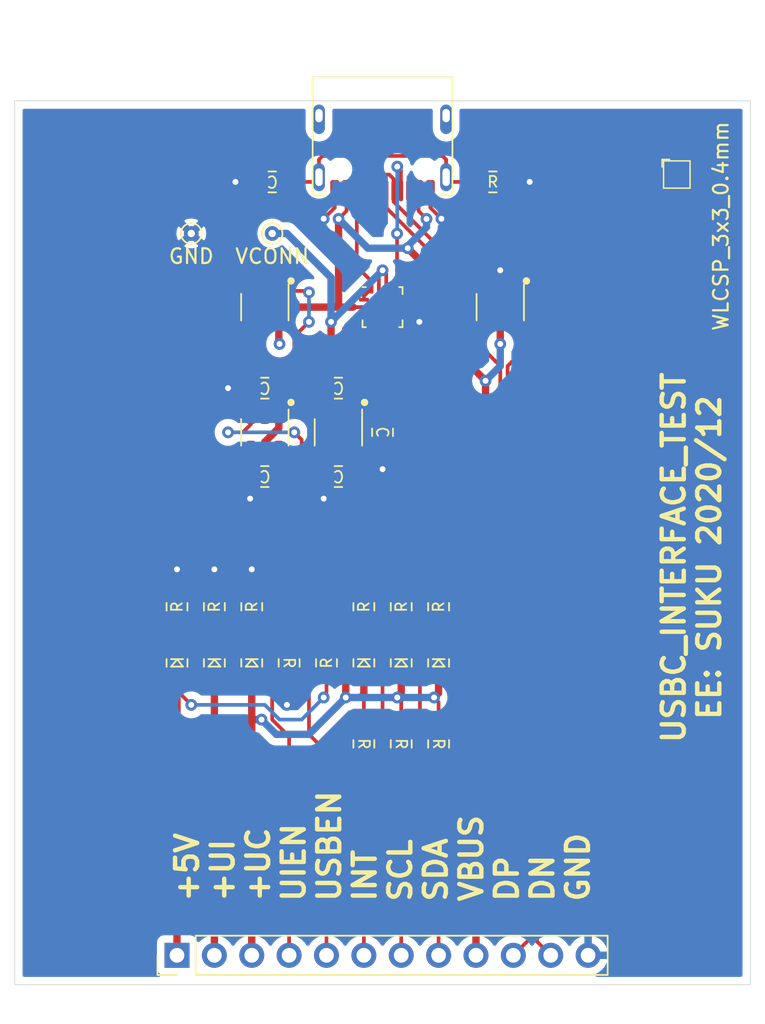
<source format=kicad_pcb>
(kicad_pcb (version 20171130) (host pcbnew 5.1.5+dfsg1-2build2)

  (general
    (thickness 1.6)
    (drawings 6)
    (tracks 308)
    (zones 0)
    (modules 34)
    (nets 32)
  )

  (page A4)
  (layers
    (0 F.Cu signal)
    (31 B.Cu signal)
    (32 B.Adhes user)
    (33 F.Adhes user)
    (34 B.Paste user)
    (35 F.Paste user)
    (36 B.SilkS user)
    (37 F.SilkS user)
    (38 B.Mask user)
    (39 F.Mask user)
    (40 Dwgs.User user)
    (41 Cmts.User user)
    (42 Eco1.User user)
    (43 Eco2.User user)
    (44 Edge.Cuts user)
    (45 Margin user)
    (46 B.CrtYd user)
    (47 F.CrtYd user)
    (48 B.Fab user)
    (49 F.Fab user)
  )

  (setup
    (last_trace_width 0.0889)
    (user_trace_width 0.5)
    (trace_clearance 0.0889)
    (zone_clearance 0.508)
    (zone_45_only no)
    (trace_min 0.05)
    (via_size 0.8)
    (via_drill 0.4)
    (via_min_size 0.4)
    (via_min_drill 0.3)
    (uvia_size 0.3)
    (uvia_drill 0.1)
    (uvias_allowed no)
    (uvia_min_size 0.2)
    (uvia_min_drill 0.1)
    (edge_width 0.05)
    (segment_width 0.2)
    (pcb_text_width 0.3)
    (pcb_text_size 1.5 1.5)
    (mod_edge_width 0.12)
    (mod_text_size 1 1)
    (mod_text_width 0.15)
    (pad_size 1.524 1.524)
    (pad_drill 0.762)
    (pad_to_mask_clearance 0.051)
    (solder_mask_min_width 0.25)
    (aux_axis_origin 75 75)
    (grid_origin 75 75)
    (visible_elements FFFFFF7F)
    (pcbplotparams
      (layerselection 0x010fc_ffffffff)
      (usegerberextensions false)
      (usegerberattributes false)
      (usegerberadvancedattributes false)
      (creategerberjobfile false)
      (excludeedgelayer true)
      (linewidth 0.100000)
      (plotframeref false)
      (viasonmask false)
      (mode 1)
      (useauxorigin false)
      (hpglpennumber 1)
      (hpglpenspeed 20)
      (hpglpendiameter 15.000000)
      (psnegative false)
      (psa4output false)
      (plotreference true)
      (plotvalue true)
      (plotinvisibletext false)
      (padsonsilk false)
      (subtractmaskfromsilk false)
      (outputformat 1)
      (mirror false)
      (drillshape 0)
      (scaleselection 1)
      (outputdirectory "manufacturing/"))
  )

  (net 0 "")
  (net 1 GND)
  (net 2 +3V3_UC)
  (net 3 +5V)
  (net 4 +3V3_UI)
  (net 5 "Net-(D1-Pad1)")
  (net 6 "Net-(D2-Pad1)")
  (net 7 "Net-(D3-Pad1)")
  (net 8 "Net-(D4-Pad1)")
  (net 9 "Net-(D5-Pad1)")
  (net 10 "Net-(D6-Pad1)")
  (net 11 "Net-(J1-PadS3)")
  (net 12 "Net-(J1-PadS4)")
  (net 13 VBUS)
  (net 14 "Net-(J1-PadA8)")
  (net 15 "Net-(J1-PadB8)")
  (net 16 /USB_INT)
  (net 17 /USB_SCL)
  (net 18 /USB_SDA)
  (net 19 /USB_PWR_EN)
  (net 20 /UI_PWR_EN)
  (net 21 "Net-(Q1-Pad2)")
  (net 22 "Net-(U2-Pad4)")
  (net 23 "Net-(U3-Pad4)")
  (net 24 /USB_DP)
  (net 25 /USB_DN)
  (net 26 "Net-(U4-Pad6)")
  (net 27 "Net-(U4-Pad4)")
  (net 28 "Net-(C6-Pad1)")
  (net 29 /VCONN)
  (net 30 /CC2)
  (net 31 /CC1)

  (net_class Default "This is the default net class."
    (clearance 0.0889)
    (trace_width 0.0889)
    (via_dia 0.8)
    (via_drill 0.4)
    (uvia_dia 0.3)
    (uvia_drill 0.1)
    (add_net +3V3_UC)
    (add_net +3V3_UI)
    (add_net +5V)
    (add_net /CC1)
    (add_net /CC2)
    (add_net /UI_PWR_EN)
    (add_net /USB_DN)
    (add_net /USB_DP)
    (add_net /USB_INT)
    (add_net /USB_PWR_EN)
    (add_net /USB_SCL)
    (add_net /USB_SDA)
    (add_net /VCONN)
    (add_net GND)
    (add_net "Net-(C6-Pad1)")
    (add_net "Net-(D1-Pad1)")
    (add_net "Net-(D2-Pad1)")
    (add_net "Net-(D3-Pad1)")
    (add_net "Net-(D4-Pad1)")
    (add_net "Net-(D5-Pad1)")
    (add_net "Net-(D6-Pad1)")
    (add_net "Net-(J1-PadA8)")
    (add_net "Net-(J1-PadB8)")
    (add_net "Net-(J1-PadS3)")
    (add_net "Net-(J1-PadS4)")
    (add_net "Net-(Q1-Pad2)")
    (add_net "Net-(U2-Pad4)")
    (add_net "Net-(U3-Pad4)")
    (add_net "Net-(U4-Pad4)")
    (add_net "Net-(U4-Pad6)")
    (add_net VBUS)
  )

  (module TestPoint:TestPoint_THTPad_D1.0mm_Drill0.5mm (layer F.Cu) (tedit 5A0F774F) (tstamp 5FD38FF1)
    (at 67.5 34)
    (descr "THT pad as test Point, diameter 1.0mm, hole diameter 0.5mm")
    (tags "test point THT pad")
    (path /5FE1DB31)
    (attr virtual)
    (fp_text reference TP2 (at 0 -1.448) (layer F.SilkS) hide
      (effects (font (size 1 1) (thickness 0.15)))
    )
    (fp_text value VCONN (at 0 1.55) (layer F.SilkS)
      (effects (font (size 1 1) (thickness 0.15)))
    )
    (fp_circle (center 0 0) (end 0 0.7) (layer F.SilkS) (width 0.12))
    (fp_circle (center 0 0) (end 1 0) (layer F.CrtYd) (width 0.05))
    (fp_text user %R (at 0 -1.45) (layer F.Fab) hide
      (effects (font (size 1 1) (thickness 0.15)))
    )
    (pad 1 thru_hole circle (at 0 0) (size 1 1) (drill 0.5) (layers *.Cu *.Mask)
      (net 29 /VCONN))
  )

  (module TestPoint:TestPoint_THTPad_D1.0mm_Drill0.5mm (layer F.Cu) (tedit 5A0F774F) (tstamp 5FD38445)
    (at 62 34)
    (descr "THT pad as test Point, diameter 1.0mm, hole diameter 0.5mm")
    (tags "test point THT pad")
    (path /5FFE57C0)
    (attr virtual)
    (fp_text reference TP1 (at 0 -1.448) (layer F.SilkS) hide
      (effects (font (size 1 1) (thickness 0.15)))
    )
    (fp_text value GND (at 0 1.55) (layer F.SilkS)
      (effects (font (size 1 1) (thickness 0.15)))
    )
    (fp_circle (center 0 0) (end 0 0.7) (layer F.SilkS) (width 0.12))
    (fp_circle (center 0 0) (end 1 0) (layer F.CrtYd) (width 0.05))
    (fp_text user %R (at 0 -1.45) (layer F.Fab) hide
      (effects (font (size 1 1) (thickness 0.15)))
    )
    (pad 1 thru_hole circle (at 0 0) (size 1 1) (drill 0.5) (layers *.Cu *.Mask)
      (net 1 GND))
  )

  (module suku_basics:RES_0805 (layer F.Cu) (tedit 5D4FF020) (tstamp 5FD33341)
    (at 71.19 63.15 90)
    (descr "Resistor SMD 0805 (2012 Metric), square (rectangular) end terminal, IPC_7351 nominal, (Body size source: https://docs.google.com/spreadsheets/d/1BsfQQcO9C6DZCsRaXUlFlo91Tg2WpOkGARC1WS5S8t0/edit?usp=sharing), generated with kicad-footprint-generator")
    (tags resistor)
    (path /5FF76FFA)
    (attr smd)
    (fp_text reference R12 (at 0 -1.65 90) (layer F.SilkS) hide
      (effects (font (size 1 1) (thickness 0.15)))
    )
    (fp_text value 10k (at 0 1.65 90) (layer F.Fab)
      (effects (font (size 1 1) (thickness 0.15)))
    )
    (fp_arc (start 0.0254 -0.2032) (end 0.0254 0) (angle -180) (layer F.SilkS) (width 0.12))
    (fp_line (start 0.2286 0.3302) (end 0 0) (layer F.SilkS) (width 0.12))
    (fp_line (start -0.2032 0) (end 0.0254 0) (layer F.SilkS) (width 0.12))
    (fp_line (start -0.2032 -0.4064) (end 0.0762 -0.4064) (layer F.SilkS) (width 0.12))
    (fp_line (start -0.2032 0.3302) (end -0.2032 -0.4064) (layer F.SilkS) (width 0.12))
    (fp_text user %R (at 0 0 90) (layer F.Fab) hide
      (effects (font (size 0.5 0.5) (thickness 0.08)))
    )
    (fp_line (start 1.68 0.95) (end -1.68 0.95) (layer F.CrtYd) (width 0.05))
    (fp_line (start 1.68 -0.95) (end 1.68 0.95) (layer F.CrtYd) (width 0.05))
    (fp_line (start -1.68 -0.95) (end 1.68 -0.95) (layer F.CrtYd) (width 0.05))
    (fp_line (start -1.68 0.95) (end -1.68 -0.95) (layer F.CrtYd) (width 0.05))
    (fp_line (start -0.258578 0.71) (end 0.258578 0.71) (layer F.SilkS) (width 0.12))
    (fp_line (start -0.258578 -0.71) (end 0.258578 -0.71) (layer F.SilkS) (width 0.12))
    (fp_line (start 1 0.6) (end -1 0.6) (layer F.Fab) (width 0.1))
    (fp_line (start 1 -0.6) (end 1 0.6) (layer F.Fab) (width 0.1))
    (fp_line (start -1 -0.6) (end 1 -0.6) (layer F.Fab) (width 0.1))
    (fp_line (start -1 0.6) (end -1 -0.6) (layer F.Fab) (width 0.1))
    (pad 2 smd roundrect (at 0.9375 0 90) (size 0.975 1.4) (layers F.Cu F.Paste F.Mask) (roundrect_rratio 0.25)
      (net 19 /USB_PWR_EN))
    (pad 1 smd roundrect (at -0.9375 0 90) (size 0.975 1.4) (layers F.Cu F.Paste F.Mask) (roundrect_rratio 0.25)
      (net 3 +5V))
    (model ${KISYS3DMOD}/Resistor_SMD.3dshapes/R_0805_2012Metric.wrl
      (at (xyz 0 0 0))
      (scale (xyz 1 1 1))
      (rotate (xyz 0 0 0))
    )
  )

  (module suku_basics:WLCSP_3x3_0.4mm (layer F.Cu) (tedit 5FD21ED0) (tstamp 5FD2E61D)
    (at 95 30)
    (descr "WLCSP/XFBGA 8-pin package, staggered pins, http://www.adestotech.com/wp-content/uploads/DS-AT25DF041B_040.pdf")
    (tags "WLCSP WLCSP-8 XFBGA XFBGA-8  CSP BGA Chip-Scale Glass-Top")
    (attr smd)
    (fp_text reference REF** (at 0 -1.85) (layer F.SilkS) hide
      (effects (font (size 1 1) (thickness 0.15)))
    )
    (fp_text value WLCSP_3x3_0.4mm (at 3 3.5 90) (layer F.SilkS)
      (effects (font (size 1 1) (thickness 0.15)))
    )
    (fp_line (start -1.8 1.83) (end 1.8 1.83) (layer F.CrtYd) (width 0.05))
    (fp_line (start -0.7875 -0.53708) (end -0.7875 0.8155) (layer F.Fab) (width 0.1))
    (fp_line (start 0.7875 -0.8155) (end 0.7875 0.8155) (layer F.Fab) (width 0.1))
    (fp_line (start -0.7875 0.8155) (end 0.7875 0.8155) (layer F.Fab) (width 0.1))
    (fp_line (start 0.7875 -0.8155) (end -0.50908 -0.8155) (layer F.Fab) (width 0.1))
    (fp_line (start -0.7875 -0.53708) (end -0.50908 -0.8155) (layer F.Fab) (width 0.1))
    (fp_text user %R (at 0 0) (layer F.Fab) hide
      (effects (font (size 0.4 0.4) (thickness 0.06)))
    )
    (fp_line (start 0.9 -0.925) (end -0.9 -0.925) (layer F.SilkS) (width 0.1))
    (fp_line (start -0.9 0.925) (end 0.9 0.925) (layer F.SilkS) (width 0.1))
    (fp_line (start -0.9 0.925) (end -0.9 -0.925) (layer F.SilkS) (width 0.1))
    (fp_line (start 0.9 0.925) (end 0.9 -0.925) (layer F.SilkS) (width 0.1))
    (fp_line (start -1 -0.525) (end -1 -1.025) (layer F.SilkS) (width 0.1))
    (fp_line (start -0.5 -1.025) (end -1 -1.025) (layer F.SilkS) (width 0.1))
    (fp_line (start -0.95 -0.975) (end -0.9 -0.925) (layer F.SilkS) (width 0.1))
    (fp_line (start -1 -0.525) (end -0.9 -0.525) (layer F.SilkS) (width 0.1))
    (fp_line (start -0.5 -1.025) (end -0.5 -0.925) (layer F.SilkS) (width 0.1))
    (fp_line (start 1.8 1.83) (end 1.8 -1.83) (layer F.CrtYd) (width 0.05))
    (fp_line (start -1.8 1.8) (end -1.8 -1.83) (layer F.CrtYd) (width 0.05))
    (fp_line (start 1.8 -1.83) (end -1.8 -1.83) (layer F.CrtYd) (width 0.05))
    (pad A2 smd circle (at 0 -0.4) (size 0.25 0.25) (layers F.Cu F.Paste F.Mask)
      (solder_mask_margin 0.03))
    (pad A1 smd circle (at -0.4 -0.4) (size 0.25 0.25) (layers F.Cu F.Paste F.Mask)
      (solder_mask_margin 0.03))
    (pad B1 smd circle (at -0.4 0) (size 0.25 0.25) (layers F.Cu F.Paste F.Mask)
      (solder_mask_margin 0.03))
    (pad C1 smd circle (at -0.4 0.4) (size 0.25 0.25) (layers F.Cu F.Paste F.Mask)
      (solder_mask_margin 0.03))
    (pad B2 smd circle (at 0 0) (size 0.25 0.25) (layers F.Cu F.Paste F.Mask)
      (solder_mask_margin 0.03))
    (pad C2 smd circle (at 0 0.4) (size 0.25 0.25) (layers F.Cu F.Paste F.Mask)
      (solder_mask_margin 0.03))
    (pad C3 smd circle (at 0.4 0.4) (size 0.25 0.25) (layers F.Cu F.Paste F.Mask)
      (solder_mask_margin 0.03))
    (pad A3 smd circle (at 0.4 -0.4) (size 0.25 0.25) (layers F.Cu F.Paste F.Mask)
      (solder_mask_margin 0.03))
    (pad B3 smd circle (at 0.4 0) (size 0.25 0.25) (layers F.Cu F.Paste F.Mask)
      (solder_mask_margin 0.03))
    (model ${KISYS3DMOD}/Package_CSP.3dshapes/WLCSP-8_1.58x1.63x0.35mm_Layout3x5_P0.35x0.4mm_Ball0.25mm_Pad0.25mm_NSMD.wrl
      (at (xyz 0 0 0))
      (scale (xyz 1 1 1))
      (rotate (xyz 0 0 0))
    )
  )

  (module suku_basics:RES_0805 (layer F.Cu) (tedit 5D4FF020) (tstamp 5FD27AFA)
    (at 76.27 68.65 270)
    (descr "Resistor SMD 0805 (2012 Metric), square (rectangular) end terminal, IPC_7351 nominal, (Body size source: https://docs.google.com/spreadsheets/d/1BsfQQcO9C6DZCsRaXUlFlo91Tg2WpOkGARC1WS5S8t0/edit?usp=sharing), generated with kicad-footprint-generator")
    (tags resistor)
    (path /5FD56EFC)
    (attr smd)
    (fp_text reference R4 (at 0 -1.65 90) (layer F.SilkS) hide
      (effects (font (size 1 1) (thickness 0.15)))
    )
    (fp_text value 2k2 (at 0 1.65 90) (layer F.Fab)
      (effects (font (size 1 1) (thickness 0.15)))
    )
    (fp_arc (start 0.0254 -0.2032) (end 0.0254 0) (angle -180) (layer F.SilkS) (width 0.12))
    (fp_line (start 0.2286 0.3302) (end 0 0) (layer F.SilkS) (width 0.12))
    (fp_line (start -0.2032 0) (end 0.0254 0) (layer F.SilkS) (width 0.12))
    (fp_line (start -0.2032 -0.4064) (end 0.0762 -0.4064) (layer F.SilkS) (width 0.12))
    (fp_line (start -0.2032 0.3302) (end -0.2032 -0.4064) (layer F.SilkS) (width 0.12))
    (fp_text user %R (at 0 0 90) (layer F.Fab) hide
      (effects (font (size 0.5 0.5) (thickness 0.08)))
    )
    (fp_line (start 1.68 0.95) (end -1.68 0.95) (layer F.CrtYd) (width 0.05))
    (fp_line (start 1.68 -0.95) (end 1.68 0.95) (layer F.CrtYd) (width 0.05))
    (fp_line (start -1.68 -0.95) (end 1.68 -0.95) (layer F.CrtYd) (width 0.05))
    (fp_line (start -1.68 0.95) (end -1.68 -0.95) (layer F.CrtYd) (width 0.05))
    (fp_line (start -0.258578 0.71) (end 0.258578 0.71) (layer F.SilkS) (width 0.12))
    (fp_line (start -0.258578 -0.71) (end 0.258578 -0.71) (layer F.SilkS) (width 0.12))
    (fp_line (start 1 0.6) (end -1 0.6) (layer F.Fab) (width 0.1))
    (fp_line (start 1 -0.6) (end 1 0.6) (layer F.Fab) (width 0.1))
    (fp_line (start -1 -0.6) (end 1 -0.6) (layer F.Fab) (width 0.1))
    (fp_line (start -1 0.6) (end -1 -0.6) (layer F.Fab) (width 0.1))
    (pad 2 smd roundrect (at 0.9375 0 270) (size 0.975 1.4) (layers F.Cu F.Paste F.Mask) (roundrect_rratio 0.25)
      (net 17 /USB_SCL))
    (pad 1 smd roundrect (at -0.9375 0 270) (size 0.975 1.4) (layers F.Cu F.Paste F.Mask) (roundrect_rratio 0.25)
      (net 2 +3V3_UC))
    (model ${KISYS3DMOD}/Resistor_SMD.3dshapes/R_0805_2012Metric.wrl
      (at (xyz 0 0 0))
      (scale (xyz 1 1 1))
      (rotate (xyz 0 0 0))
    )
  )

  (module suku_basics:RES_0805 (layer F.Cu) (tedit 5D4FF020) (tstamp 5FD36521)
    (at 78.81 68.65 270)
    (descr "Resistor SMD 0805 (2012 Metric), square (rectangular) end terminal, IPC_7351 nominal, (Body size source: https://docs.google.com/spreadsheets/d/1BsfQQcO9C6DZCsRaXUlFlo91Tg2WpOkGARC1WS5S8t0/edit?usp=sharing), generated with kicad-footprint-generator")
    (tags resistor)
    (path /5FD56281)
    (attr smd)
    (fp_text reference R2 (at 0 -1.65 90) (layer F.SilkS) hide
      (effects (font (size 1 1) (thickness 0.15)))
    )
    (fp_text value 2k2 (at 0 1.65 90) (layer F.Fab)
      (effects (font (size 1 1) (thickness 0.15)))
    )
    (fp_arc (start 0.0254 -0.2032) (end 0.0254 0) (angle -180) (layer F.SilkS) (width 0.12))
    (fp_line (start 0.2286 0.3302) (end 0 0) (layer F.SilkS) (width 0.12))
    (fp_line (start -0.2032 0) (end 0.0254 0) (layer F.SilkS) (width 0.12))
    (fp_line (start -0.2032 -0.4064) (end 0.0762 -0.4064) (layer F.SilkS) (width 0.12))
    (fp_line (start -0.2032 0.3302) (end -0.2032 -0.4064) (layer F.SilkS) (width 0.12))
    (fp_text user %R (at 0 0 90) (layer F.Fab) hide
      (effects (font (size 0.5 0.5) (thickness 0.08)))
    )
    (fp_line (start 1.68 0.95) (end -1.68 0.95) (layer F.CrtYd) (width 0.05))
    (fp_line (start 1.68 -0.95) (end 1.68 0.95) (layer F.CrtYd) (width 0.05))
    (fp_line (start -1.68 -0.95) (end 1.68 -0.95) (layer F.CrtYd) (width 0.05))
    (fp_line (start -1.68 0.95) (end -1.68 -0.95) (layer F.CrtYd) (width 0.05))
    (fp_line (start -0.258578 0.71) (end 0.258578 0.71) (layer F.SilkS) (width 0.12))
    (fp_line (start -0.258578 -0.71) (end 0.258578 -0.71) (layer F.SilkS) (width 0.12))
    (fp_line (start 1 0.6) (end -1 0.6) (layer F.Fab) (width 0.1))
    (fp_line (start 1 -0.6) (end 1 0.6) (layer F.Fab) (width 0.1))
    (fp_line (start -1 -0.6) (end 1 -0.6) (layer F.Fab) (width 0.1))
    (fp_line (start -1 0.6) (end -1 -0.6) (layer F.Fab) (width 0.1))
    (pad 2 smd roundrect (at 0.9375 0 270) (size 0.975 1.4) (layers F.Cu F.Paste F.Mask) (roundrect_rratio 0.25)
      (net 18 /USB_SDA))
    (pad 1 smd roundrect (at -0.9375 0 270) (size 0.975 1.4) (layers F.Cu F.Paste F.Mask) (roundrect_rratio 0.25)
      (net 2 +3V3_UC))
    (model ${KISYS3DMOD}/Resistor_SMD.3dshapes/R_0805_2012Metric.wrl
      (at (xyz 0 0 0))
      (scale (xyz 1 1 1))
      (rotate (xyz 0 0 0))
    )
  )

  (module suku_basics:SOT-23-6 (layer F.Cu) (tedit 5EAABA4D) (tstamp 5FD239B9)
    (at 83 39 90)
    (descr "6-pin SOT-23 package")
    (tags SOT-23-6)
    (path /5FE7492D)
    (attr smd)
    (fp_text reference U4 (at 0 -2.9 90) (layer F.SilkS) hide
      (effects (font (size 1 1) (thickness 0.15)))
    )
    (fp_text value U_ESD_4ch (at 0 2.9 90) (layer F.Fab)
      (effects (font (size 1 1) (thickness 0.15)))
    )
    (fp_circle (center 1.778 1.778) (end 1.653 1.778) (layer F.SilkS) (width 0.25))
    (fp_line (start -0.9 1.55) (end -0.9 -1.55) (layer F.Fab) (width 0.1))
    (fp_line (start -0.9 -1.55) (end 0.9 -1.55) (layer F.Fab) (width 0.1))
    (fp_line (start 0.9 0.9) (end 0.9 -1.55) (layer F.Fab) (width 0.1))
    (fp_line (start -0.9 1.55) (end 0.25 1.55) (layer F.Fab) (width 0.1))
    (fp_line (start 0.9 0.9) (end 0.25 1.55) (layer F.Fab) (width 0.1))
    (fp_line (start 1.9 1.8) (end 1.9 -1.8) (layer F.CrtYd) (width 0.05))
    (fp_line (start 1.9 -1.8) (end -1.9 -1.8) (layer F.CrtYd) (width 0.05))
    (fp_line (start -1.9 -1.8) (end -1.9 1.8) (layer F.CrtYd) (width 0.05))
    (fp_line (start -1.9 1.8) (end 1.9 1.8) (layer F.CrtYd) (width 0.05))
    (fp_line (start -0.9 1.61) (end 1.55 1.61) (layer F.SilkS) (width 0.12))
    (fp_line (start 0.9 -1.61) (end -0.9 -1.61) (layer F.SilkS) (width 0.12))
    (fp_text user %R (at 0 0 180) (layer F.Fab) hide
      (effects (font (size 0.5 0.5) (thickness 0.075)))
    )
    (pad 5 smd roundrect (at -1.1 0 270) (size 1.06 0.65) (layers F.Cu F.Paste F.Mask) (roundrect_rratio 0.25)
      (net 13 VBUS))
    (pad 6 smd roundrect (at -1.1 0.95 270) (size 1.06 0.65) (layers F.Cu F.Paste F.Mask) (roundrect_rratio 0.25)
      (net 26 "Net-(U4-Pad6)"))
    (pad 4 smd roundrect (at -1.1 -0.95 270) (size 1.06 0.65) (layers F.Cu F.Paste F.Mask) (roundrect_rratio 0.25)
      (net 27 "Net-(U4-Pad4)"))
    (pad 3 smd roundrect (at 1.1 -0.95 270) (size 1.06 0.65) (layers F.Cu F.Paste F.Mask) (roundrect_rratio 0.25)
      (net 24 /USB_DP))
    (pad 2 smd roundrect (at 1.1 0 270) (size 1.06 0.65) (layers F.Cu F.Paste F.Mask) (roundrect_rratio 0.25)
      (net 1 GND))
    (pad 1 smd roundrect (at 1.1 0.95 270) (size 1.06 0.65) (layers F.Cu F.Paste F.Mask) (roundrect_rratio 0.25)
      (net 25 /USB_DN))
    (model ${KISYS3DMOD}/Package_TO_SOT_SMD.3dshapes/SOT-23-6.wrl
      (at (xyz 0 0 0))
      (scale (xyz 1 1 1))
      (rotate (xyz 0 0 180))
    )
  )

  (module suku_basics:SOT-23-5 (layer F.Cu) (tedit 5EAABA44) (tstamp 5FD239A2)
    (at 72 47.5 90)
    (descr "5-pin SOT23 package")
    (tags SOT-23-5)
    (path /5FD44450)
    (attr smd)
    (fp_text reference U3 (at 0 -2.9 90) (layer F.SilkS) hide
      (effects (font (size 1 1) (thickness 0.15)))
    )
    (fp_text value U_REGULATOR_SOT23-5 (at 0 2.9 90) (layer F.Fab)
      (effects (font (size 1 1) (thickness 0.15)))
    )
    (fp_circle (center 2.032 1.778) (end 1.907 1.778) (layer F.SilkS) (width 0.25))
    (fp_line (start -0.9 1.55) (end -0.9 -1.55) (layer F.Fab) (width 0.1))
    (fp_line (start -0.9 -1.55) (end 0.9 -1.55) (layer F.Fab) (width 0.1))
    (fp_line (start 0.9 0.9) (end 0.9 -1.55) (layer F.Fab) (width 0.1))
    (fp_line (start -0.9 1.55) (end 0.25 1.55) (layer F.Fab) (width 0.1))
    (fp_line (start 0.9 0.9) (end 0.25 1.55) (layer F.Fab) (width 0.1))
    (fp_line (start 1.9 -1.8) (end 1.9 1.8) (layer F.CrtYd) (width 0.05))
    (fp_line (start -1.9 -1.8) (end 1.9 -1.8) (layer F.CrtYd) (width 0.05))
    (fp_line (start -1.9 1.8) (end -1.9 -1.8) (layer F.CrtYd) (width 0.05))
    (fp_line (start 1.9 1.8) (end -1.9 1.8) (layer F.CrtYd) (width 0.05))
    (fp_line (start -0.9 1.61) (end 1.55 1.61) (layer F.SilkS) (width 0.12))
    (fp_line (start 0.9 -1.61) (end -0.9 -1.61) (layer F.SilkS) (width 0.12))
    (fp_text user %R (at 0 0 180) (layer F.Fab) hide
      (effects (font (size 0.5 0.5) (thickness 0.075)))
    )
    (pad 5 smd roundrect (at -1.1 0.95 270) (size 1.06 0.65) (layers F.Cu F.Paste F.Mask) (roundrect_rratio 0.25)
      (net 2 +3V3_UC))
    (pad 4 smd roundrect (at -1.1 -0.95 270) (size 1.06 0.65) (layers F.Cu F.Paste F.Mask) (roundrect_rratio 0.25)
      (net 23 "Net-(U3-Pad4)"))
    (pad 3 smd roundrect (at 1.1 -0.95 270) (size 1.06 0.65) (layers F.Cu F.Paste F.Mask) (roundrect_rratio 0.25)
      (net 29 /VCONN))
    (pad 2 smd roundrect (at 1.1 0 270) (size 1.06 0.65) (layers F.Cu F.Paste F.Mask) (roundrect_rratio 0.25)
      (net 1 GND))
    (pad 1 smd roundrect (at 1.1 0.95 270) (size 1.06 0.65) (layers F.Cu F.Paste F.Mask) (roundrect_rratio 0.25)
      (net 29 /VCONN))
    (model ${KISYS3DMOD}/Package_TO_SOT_SMD.3dshapes/SOT-23-5.wrl
      (at (xyz 0 0 0))
      (scale (xyz 1 1 1))
      (rotate (xyz 0 0 180))
    )
  )

  (module suku_basics:SOT-23-5 (layer F.Cu) (tedit 5EAABA44) (tstamp 5FD2398C)
    (at 67 47.5 90)
    (descr "5-pin SOT23 package")
    (tags SOT-23-5)
    (path /5FD849A5)
    (attr smd)
    (fp_text reference U2 (at 0 -2.9 90) (layer F.SilkS) hide
      (effects (font (size 1 1) (thickness 0.15)))
    )
    (fp_text value U_REGULATOR_SOT23-5 (at 0 2.9 90) (layer F.Fab)
      (effects (font (size 1 1) (thickness 0.15)))
    )
    (fp_circle (center 2.032 1.778) (end 1.907 1.778) (layer F.SilkS) (width 0.25))
    (fp_line (start -0.9 1.55) (end -0.9 -1.55) (layer F.Fab) (width 0.1))
    (fp_line (start -0.9 -1.55) (end 0.9 -1.55) (layer F.Fab) (width 0.1))
    (fp_line (start 0.9 0.9) (end 0.9 -1.55) (layer F.Fab) (width 0.1))
    (fp_line (start -0.9 1.55) (end 0.25 1.55) (layer F.Fab) (width 0.1))
    (fp_line (start 0.9 0.9) (end 0.25 1.55) (layer F.Fab) (width 0.1))
    (fp_line (start 1.9 -1.8) (end 1.9 1.8) (layer F.CrtYd) (width 0.05))
    (fp_line (start -1.9 -1.8) (end 1.9 -1.8) (layer F.CrtYd) (width 0.05))
    (fp_line (start -1.9 1.8) (end -1.9 -1.8) (layer F.CrtYd) (width 0.05))
    (fp_line (start 1.9 1.8) (end -1.9 1.8) (layer F.CrtYd) (width 0.05))
    (fp_line (start -0.9 1.61) (end 1.55 1.61) (layer F.SilkS) (width 0.12))
    (fp_line (start 0.9 -1.61) (end -0.9 -1.61) (layer F.SilkS) (width 0.12))
    (fp_text user %R (at 0 0 180) (layer F.Fab) hide
      (effects (font (size 0.5 0.5) (thickness 0.075)))
    )
    (pad 5 smd roundrect (at -1.1 0.95 270) (size 1.06 0.65) (layers F.Cu F.Paste F.Mask) (roundrect_rratio 0.25)
      (net 4 +3V3_UI))
    (pad 4 smd roundrect (at -1.1 -0.95 270) (size 1.06 0.65) (layers F.Cu F.Paste F.Mask) (roundrect_rratio 0.25)
      (net 22 "Net-(U2-Pad4)"))
    (pad 3 smd roundrect (at 1.1 -0.95 270) (size 1.06 0.65) (layers F.Cu F.Paste F.Mask) (roundrect_rratio 0.25)
      (net 20 /UI_PWR_EN))
    (pad 2 smd roundrect (at 1.1 0 270) (size 1.06 0.65) (layers F.Cu F.Paste F.Mask) (roundrect_rratio 0.25)
      (net 1 GND))
    (pad 1 smd roundrect (at 1.1 0.95 270) (size 1.06 0.65) (layers F.Cu F.Paste F.Mask) (roundrect_rratio 0.25)
      (net 3 +5V))
    (model ${KISYS3DMOD}/Package_TO_SOT_SMD.3dshapes/SOT-23-5.wrl
      (at (xyz 0 0 0))
      (scale (xyz 1 1 1))
      (rotate (xyz 0 0 180))
    )
  )

  (module Package_DFN_QFN:WQFN-14-1EP_2.5x2.5mm_P0.5mm_EP1.45x1.45mm (layer F.Cu) (tedit 5C6492E1) (tstamp 5FD23976)
    (at 75 39)
    (descr "WQFN, 14 Pin (https://www.onsemi.com/pub/Collateral/FUSB302B-D.PDF#page=32), generated with kicad-footprint-generator ipc_noLead_generator.py")
    (tags "WQFN NoLead")
    (path /5FD1ECEA)
    (attr smd)
    (fp_text reference U1 (at 0 -2.55) (layer F.SilkS) hide
      (effects (font (size 1 1) (thickness 0.15)))
    )
    (fp_text value FUSB302BMPX (at 0 2.55) (layer F.Fab)
      (effects (font (size 1 1) (thickness 0.15)))
    )
    (fp_text user %R (at 0 0) (layer F.Fab) hide
      (effects (font (size 0.62 0.62) (thickness 0.09)))
    )
    (fp_line (start 1.85 -1.85) (end -1.85 -1.85) (layer F.CrtYd) (width 0.05))
    (fp_line (start 1.85 1.85) (end 1.85 -1.85) (layer F.CrtYd) (width 0.05))
    (fp_line (start -1.85 1.85) (end 1.85 1.85) (layer F.CrtYd) (width 0.05))
    (fp_line (start -1.85 -1.85) (end -1.85 1.85) (layer F.CrtYd) (width 0.05))
    (fp_line (start -1.25 -0.625) (end -0.625 -1.25) (layer F.Fab) (width 0.1))
    (fp_line (start -1.25 1.25) (end -1.25 -0.625) (layer F.Fab) (width 0.1))
    (fp_line (start 1.25 1.25) (end -1.25 1.25) (layer F.Fab) (width 0.1))
    (fp_line (start 1.25 -1.25) (end 1.25 1.25) (layer F.Fab) (width 0.1))
    (fp_line (start -0.625 -1.25) (end 1.25 -1.25) (layer F.Fab) (width 0.1))
    (fp_line (start -1.135 -1.36) (end -1.36 -1.36) (layer F.SilkS) (width 0.12))
    (fp_line (start 1.36 1.36) (end 1.36 0.885) (layer F.SilkS) (width 0.12))
    (fp_line (start 1.135 1.36) (end 1.36 1.36) (layer F.SilkS) (width 0.12))
    (fp_line (start -1.36 1.36) (end -1.36 0.885) (layer F.SilkS) (width 0.12))
    (fp_line (start -1.135 1.36) (end -1.36 1.36) (layer F.SilkS) (width 0.12))
    (fp_line (start 1.36 -1.36) (end 1.36 -0.885) (layer F.SilkS) (width 0.12))
    (fp_line (start 1.135 -1.36) (end 1.36 -1.36) (layer F.SilkS) (width 0.12))
    (pad 14 smd roundrect (at -0.75 -1.2625) (size 0.25 0.675) (layers F.Cu F.Paste F.Mask) (roundrect_rratio 0.25)
      (net 30 /CC2))
    (pad 13 smd roundrect (at -0.25 -1.2625) (size 0.25 0.675) (layers F.Cu F.Paste F.Mask) (roundrect_rratio 0.25)
      (net 29 /VCONN))
    (pad 12 smd roundrect (at 0.25 -1.2625) (size 0.25 0.675) (layers F.Cu F.Paste F.Mask) (roundrect_rratio 0.25)
      (net 29 /VCONN))
    (pad 11 smd roundrect (at 0.75 -1.2625) (size 0.25 0.675) (layers F.Cu F.Paste F.Mask) (roundrect_rratio 0.25)
      (net 31 /CC1))
    (pad 10 smd roundrect (at 1.2625 -0.5) (size 0.675 0.25) (layers F.Cu F.Paste F.Mask) (roundrect_rratio 0.25)
      (net 31 /CC1))
    (pad 9 smd roundrect (at 1.2625 0) (size 0.675 0.25) (layers F.Cu F.Paste F.Mask) (roundrect_rratio 0.25)
      (net 1 GND))
    (pad 8 smd roundrect (at 1.2625 0.5) (size 0.675 0.25) (layers F.Cu F.Paste F.Mask) (roundrect_rratio 0.25)
      (net 1 GND))
    (pad 7 smd roundrect (at 0.75 1.2625) (size 0.25 0.675) (layers F.Cu F.Paste F.Mask) (roundrect_rratio 0.25)
      (net 18 /USB_SDA))
    (pad 6 smd roundrect (at 0.25 1.2625) (size 0.25 0.675) (layers F.Cu F.Paste F.Mask) (roundrect_rratio 0.25)
      (net 17 /USB_SCL))
    (pad 5 smd roundrect (at -0.25 1.2625) (size 0.25 0.675) (layers F.Cu F.Paste F.Mask) (roundrect_rratio 0.25)
      (net 16 /USB_INT))
    (pad 4 smd roundrect (at -0.75 1.2625) (size 0.25 0.675) (layers F.Cu F.Paste F.Mask) (roundrect_rratio 0.25)
      (net 2 +3V3_UC))
    (pad 3 smd roundrect (at -1.2625 0.5) (size 0.675 0.25) (layers F.Cu F.Paste F.Mask) (roundrect_rratio 0.25)
      (net 2 +3V3_UC))
    (pad 2 smd roundrect (at -1.2625 0) (size 0.675 0.25) (layers F.Cu F.Paste F.Mask) (roundrect_rratio 0.25)
      (net 13 VBUS))
    (pad 1 smd roundrect (at -1.2625 -0.5) (size 0.675 0.25) (layers F.Cu F.Paste F.Mask) (roundrect_rratio 0.25)
      (net 30 /CC2))
    (pad "" smd roundrect (at 0.36 0.36) (size 0.58 0.58) (layers F.Paste) (roundrect_rratio 0.25))
    (pad "" smd roundrect (at 0.36 -0.36) (size 0.58 0.58) (layers F.Paste) (roundrect_rratio 0.25))
    (pad "" smd roundrect (at -0.36 0.36) (size 0.58 0.58) (layers F.Paste) (roundrect_rratio 0.25))
    (pad "" smd roundrect (at -0.36 -0.36) (size 0.58 0.58) (layers F.Paste) (roundrect_rratio 0.25))
    (pad 15 smd roundrect (at 0 0) (size 1.45 1.45) (layers F.Cu F.Mask) (roundrect_rratio 0.172414)
      (net 1 GND))
    (model ${KISYS3DMOD}/Package_DFN_QFN.3dshapes/WQFN-14-1EP_2.5x2.5mm_P0.5mm_EP1.45x1.45mm.wrl
      (at (xyz 0 0 0))
      (scale (xyz 1 1 1))
      (rotate (xyz 0 0 0))
    )
  )

  (module suku_basics:RES_0805 (layer F.Cu) (tedit 5D4FF020) (tstamp 5FD33413)
    (at 78.81 59.34 90)
    (descr "Resistor SMD 0805 (2012 Metric), square (rectangular) end terminal, IPC_7351 nominal, (Body size source: https://docs.google.com/spreadsheets/d/1BsfQQcO9C6DZCsRaXUlFlo91Tg2WpOkGARC1WS5S8t0/edit?usp=sharing), generated with kicad-footprint-generator")
    (tags resistor)
    (path /5FE63DF7)
    (attr smd)
    (fp_text reference R11 (at 0 -1.65 90) (layer F.SilkS) hide
      (effects (font (size 1 1) (thickness 0.15)))
    )
    (fp_text value 5k1 (at 0 1.65 90) (layer F.Fab)
      (effects (font (size 1 1) (thickness 0.15)))
    )
    (fp_arc (start 0.0254 -0.2032) (end 0.0254 0) (angle -180) (layer F.SilkS) (width 0.12))
    (fp_line (start 0.2286 0.3302) (end 0 0) (layer F.SilkS) (width 0.12))
    (fp_line (start -0.2032 0) (end 0.0254 0) (layer F.SilkS) (width 0.12))
    (fp_line (start -0.2032 -0.4064) (end 0.0762 -0.4064) (layer F.SilkS) (width 0.12))
    (fp_line (start -0.2032 0.3302) (end -0.2032 -0.4064) (layer F.SilkS) (width 0.12))
    (fp_text user %R (at 0 0 90) (layer F.Fab) hide
      (effects (font (size 0.5 0.5) (thickness 0.08)))
    )
    (fp_line (start 1.68 0.95) (end -1.68 0.95) (layer F.CrtYd) (width 0.05))
    (fp_line (start 1.68 -0.95) (end 1.68 0.95) (layer F.CrtYd) (width 0.05))
    (fp_line (start -1.68 -0.95) (end 1.68 -0.95) (layer F.CrtYd) (width 0.05))
    (fp_line (start -1.68 0.95) (end -1.68 -0.95) (layer F.CrtYd) (width 0.05))
    (fp_line (start -0.258578 0.71) (end 0.258578 0.71) (layer F.SilkS) (width 0.12))
    (fp_line (start -0.258578 -0.71) (end 0.258578 -0.71) (layer F.SilkS) (width 0.12))
    (fp_line (start 1 0.6) (end -1 0.6) (layer F.Fab) (width 0.1))
    (fp_line (start 1 -0.6) (end 1 0.6) (layer F.Fab) (width 0.1))
    (fp_line (start -1 -0.6) (end 1 -0.6) (layer F.Fab) (width 0.1))
    (fp_line (start -1 0.6) (end -1 -0.6) (layer F.Fab) (width 0.1))
    (pad 2 smd roundrect (at 0.9375 0 90) (size 0.975 1.4) (layers F.Cu F.Paste F.Mask) (roundrect_rratio 0.25)
      (net 18 /USB_SDA))
    (pad 1 smd roundrect (at -0.9375 0 90) (size 0.975 1.4) (layers F.Cu F.Paste F.Mask) (roundrect_rratio 0.25)
      (net 10 "Net-(D6-Pad1)"))
    (model ${KISYS3DMOD}/Resistor_SMD.3dshapes/R_0805_2012Metric.wrl
      (at (xyz 0 0 0))
      (scale (xyz 1 1 1))
      (rotate (xyz 0 0 0))
    )
  )

  (module suku_basics:RES_0805 (layer F.Cu) (tedit 5D4FF020) (tstamp 5FD33452)
    (at 76.27 59.34 90)
    (descr "Resistor SMD 0805 (2012 Metric), square (rectangular) end terminal, IPC_7351 nominal, (Body size source: https://docs.google.com/spreadsheets/d/1BsfQQcO9C6DZCsRaXUlFlo91Tg2WpOkGARC1WS5S8t0/edit?usp=sharing), generated with kicad-footprint-generator")
    (tags resistor)
    (path /5FE558EE)
    (attr smd)
    (fp_text reference R10 (at 0 -1.65 90) (layer F.SilkS) hide
      (effects (font (size 1 1) (thickness 0.15)))
    )
    (fp_text value 5k1 (at 0 1.65 90) (layer F.Fab)
      (effects (font (size 1 1) (thickness 0.15)))
    )
    (fp_arc (start 0.0254 -0.2032) (end 0.0254 0) (angle -180) (layer F.SilkS) (width 0.12))
    (fp_line (start 0.2286 0.3302) (end 0 0) (layer F.SilkS) (width 0.12))
    (fp_line (start -0.2032 0) (end 0.0254 0) (layer F.SilkS) (width 0.12))
    (fp_line (start -0.2032 -0.4064) (end 0.0762 -0.4064) (layer F.SilkS) (width 0.12))
    (fp_line (start -0.2032 0.3302) (end -0.2032 -0.4064) (layer F.SilkS) (width 0.12))
    (fp_text user %R (at 0 0 90) (layer F.Fab) hide
      (effects (font (size 0.5 0.5) (thickness 0.08)))
    )
    (fp_line (start 1.68 0.95) (end -1.68 0.95) (layer F.CrtYd) (width 0.05))
    (fp_line (start 1.68 -0.95) (end 1.68 0.95) (layer F.CrtYd) (width 0.05))
    (fp_line (start -1.68 -0.95) (end 1.68 -0.95) (layer F.CrtYd) (width 0.05))
    (fp_line (start -1.68 0.95) (end -1.68 -0.95) (layer F.CrtYd) (width 0.05))
    (fp_line (start -0.258578 0.71) (end 0.258578 0.71) (layer F.SilkS) (width 0.12))
    (fp_line (start -0.258578 -0.71) (end 0.258578 -0.71) (layer F.SilkS) (width 0.12))
    (fp_line (start 1 0.6) (end -1 0.6) (layer F.Fab) (width 0.1))
    (fp_line (start 1 -0.6) (end 1 0.6) (layer F.Fab) (width 0.1))
    (fp_line (start -1 -0.6) (end 1 -0.6) (layer F.Fab) (width 0.1))
    (fp_line (start -1 0.6) (end -1 -0.6) (layer F.Fab) (width 0.1))
    (pad 2 smd roundrect (at 0.9375 0 90) (size 0.975 1.4) (layers F.Cu F.Paste F.Mask) (roundrect_rratio 0.25)
      (net 17 /USB_SCL))
    (pad 1 smd roundrect (at -0.9375 0 90) (size 0.975 1.4) (layers F.Cu F.Paste F.Mask) (roundrect_rratio 0.25)
      (net 9 "Net-(D5-Pad1)"))
    (model ${KISYS3DMOD}/Resistor_SMD.3dshapes/R_0805_2012Metric.wrl
      (at (xyz 0 0 0))
      (scale (xyz 1 1 1))
      (rotate (xyz 0 0 0))
    )
  )

  (module suku_basics:RES_0805 (layer F.Cu) (tedit 5D4FF020) (tstamp 5FD33491)
    (at 73.73 59.34 90)
    (descr "Resistor SMD 0805 (2012 Metric), square (rectangular) end terminal, IPC_7351 nominal, (Body size source: https://docs.google.com/spreadsheets/d/1BsfQQcO9C6DZCsRaXUlFlo91Tg2WpOkGARC1WS5S8t0/edit?usp=sharing), generated with kicad-footprint-generator")
    (tags resistor)
    (path /5FE558DA)
    (attr smd)
    (fp_text reference R9 (at 0 -1.65 90) (layer F.SilkS) hide
      (effects (font (size 1 1) (thickness 0.15)))
    )
    (fp_text value 5k1 (at 0 1.65 90) (layer F.Fab)
      (effects (font (size 1 1) (thickness 0.15)))
    )
    (fp_arc (start 0.0254 -0.2032) (end 0.0254 0) (angle -180) (layer F.SilkS) (width 0.12))
    (fp_line (start 0.2286 0.3302) (end 0 0) (layer F.SilkS) (width 0.12))
    (fp_line (start -0.2032 0) (end 0.0254 0) (layer F.SilkS) (width 0.12))
    (fp_line (start -0.2032 -0.4064) (end 0.0762 -0.4064) (layer F.SilkS) (width 0.12))
    (fp_line (start -0.2032 0.3302) (end -0.2032 -0.4064) (layer F.SilkS) (width 0.12))
    (fp_text user %R (at 0 0 90) (layer F.Fab) hide
      (effects (font (size 0.5 0.5) (thickness 0.08)))
    )
    (fp_line (start 1.68 0.95) (end -1.68 0.95) (layer F.CrtYd) (width 0.05))
    (fp_line (start 1.68 -0.95) (end 1.68 0.95) (layer F.CrtYd) (width 0.05))
    (fp_line (start -1.68 -0.95) (end 1.68 -0.95) (layer F.CrtYd) (width 0.05))
    (fp_line (start -1.68 0.95) (end -1.68 -0.95) (layer F.CrtYd) (width 0.05))
    (fp_line (start -0.258578 0.71) (end 0.258578 0.71) (layer F.SilkS) (width 0.12))
    (fp_line (start -0.258578 -0.71) (end 0.258578 -0.71) (layer F.SilkS) (width 0.12))
    (fp_line (start 1 0.6) (end -1 0.6) (layer F.Fab) (width 0.1))
    (fp_line (start 1 -0.6) (end 1 0.6) (layer F.Fab) (width 0.1))
    (fp_line (start -1 -0.6) (end 1 -0.6) (layer F.Fab) (width 0.1))
    (fp_line (start -1 0.6) (end -1 -0.6) (layer F.Fab) (width 0.1))
    (pad 2 smd roundrect (at 0.9375 0 90) (size 0.975 1.4) (layers F.Cu F.Paste F.Mask) (roundrect_rratio 0.25)
      (net 16 /USB_INT))
    (pad 1 smd roundrect (at -0.9375 0 90) (size 0.975 1.4) (layers F.Cu F.Paste F.Mask) (roundrect_rratio 0.25)
      (net 8 "Net-(D4-Pad1)"))
    (model ${KISYS3DMOD}/Resistor_SMD.3dshapes/R_0805_2012Metric.wrl
      (at (xyz 0 0 0))
      (scale (xyz 1 1 1))
      (rotate (xyz 0 0 0))
    )
  )

  (module suku_basics:RES_0805 (layer F.Cu) (tedit 5D4FF020) (tstamp 5FD3351E)
    (at 66.11 59.34 90)
    (descr "Resistor SMD 0805 (2012 Metric), square (rectangular) end terminal, IPC_7351 nominal, (Body size source: https://docs.google.com/spreadsheets/d/1BsfQQcO9C6DZCsRaXUlFlo91Tg2WpOkGARC1WS5S8t0/edit?usp=sharing), generated with kicad-footprint-generator")
    (tags resistor)
    (path /5FE50928)
    (attr smd)
    (fp_text reference R8 (at 0 -1.65 90) (layer F.SilkS) hide
      (effects (font (size 1 1) (thickness 0.15)))
    )
    (fp_text value 5k1 (at 0 1.65 90) (layer F.Fab)
      (effects (font (size 1 1) (thickness 0.15)))
    )
    (fp_arc (start 0.0254 -0.2032) (end 0.0254 0) (angle -180) (layer F.SilkS) (width 0.12))
    (fp_line (start 0.2286 0.3302) (end 0 0) (layer F.SilkS) (width 0.12))
    (fp_line (start -0.2032 0) (end 0.0254 0) (layer F.SilkS) (width 0.12))
    (fp_line (start -0.2032 -0.4064) (end 0.0762 -0.4064) (layer F.SilkS) (width 0.12))
    (fp_line (start -0.2032 0.3302) (end -0.2032 -0.4064) (layer F.SilkS) (width 0.12))
    (fp_text user %R (at 0 0 90) (layer F.Fab) hide
      (effects (font (size 0.5 0.5) (thickness 0.08)))
    )
    (fp_line (start 1.68 0.95) (end -1.68 0.95) (layer F.CrtYd) (width 0.05))
    (fp_line (start 1.68 -0.95) (end 1.68 0.95) (layer F.CrtYd) (width 0.05))
    (fp_line (start -1.68 -0.95) (end 1.68 -0.95) (layer F.CrtYd) (width 0.05))
    (fp_line (start -1.68 0.95) (end -1.68 -0.95) (layer F.CrtYd) (width 0.05))
    (fp_line (start -0.258578 0.71) (end 0.258578 0.71) (layer F.SilkS) (width 0.12))
    (fp_line (start -0.258578 -0.71) (end 0.258578 -0.71) (layer F.SilkS) (width 0.12))
    (fp_line (start 1 0.6) (end -1 0.6) (layer F.Fab) (width 0.1))
    (fp_line (start 1 -0.6) (end 1 0.6) (layer F.Fab) (width 0.1))
    (fp_line (start -1 -0.6) (end 1 -0.6) (layer F.Fab) (width 0.1))
    (fp_line (start -1 0.6) (end -1 -0.6) (layer F.Fab) (width 0.1))
    (pad 2 smd roundrect (at 0.9375 0 90) (size 0.975 1.4) (layers F.Cu F.Paste F.Mask) (roundrect_rratio 0.25)
      (net 1 GND))
    (pad 1 smd roundrect (at -0.9375 0 90) (size 0.975 1.4) (layers F.Cu F.Paste F.Mask) (roundrect_rratio 0.25)
      (net 7 "Net-(D3-Pad1)"))
    (model ${KISYS3DMOD}/Resistor_SMD.3dshapes/R_0805_2012Metric.wrl
      (at (xyz 0 0 0))
      (scale (xyz 1 1 1))
      (rotate (xyz 0 0 0))
    )
  )

  (module suku_basics:RES_0805 (layer F.Cu) (tedit 5D4FF020) (tstamp 5FD3355D)
    (at 63.57 59.34 90)
    (descr "Resistor SMD 0805 (2012 Metric), square (rectangular) end terminal, IPC_7351 nominal, (Body size source: https://docs.google.com/spreadsheets/d/1BsfQQcO9C6DZCsRaXUlFlo91Tg2WpOkGARC1WS5S8t0/edit?usp=sharing), generated with kicad-footprint-generator")
    (tags resistor)
    (path /5FE43ED6)
    (attr smd)
    (fp_text reference R7 (at 0 -1.65 90) (layer F.SilkS) hide
      (effects (font (size 1 1) (thickness 0.15)))
    )
    (fp_text value 5k1 (at 0 1.65 90) (layer F.Fab)
      (effects (font (size 1 1) (thickness 0.15)))
    )
    (fp_arc (start 0.0254 -0.2032) (end 0.0254 0) (angle -180) (layer F.SilkS) (width 0.12))
    (fp_line (start 0.2286 0.3302) (end 0 0) (layer F.SilkS) (width 0.12))
    (fp_line (start -0.2032 0) (end 0.0254 0) (layer F.SilkS) (width 0.12))
    (fp_line (start -0.2032 -0.4064) (end 0.0762 -0.4064) (layer F.SilkS) (width 0.12))
    (fp_line (start -0.2032 0.3302) (end -0.2032 -0.4064) (layer F.SilkS) (width 0.12))
    (fp_text user %R (at 0 0 90) (layer F.Fab) hide
      (effects (font (size 0.5 0.5) (thickness 0.08)))
    )
    (fp_line (start 1.68 0.95) (end -1.68 0.95) (layer F.CrtYd) (width 0.05))
    (fp_line (start 1.68 -0.95) (end 1.68 0.95) (layer F.CrtYd) (width 0.05))
    (fp_line (start -1.68 -0.95) (end 1.68 -0.95) (layer F.CrtYd) (width 0.05))
    (fp_line (start -1.68 0.95) (end -1.68 -0.95) (layer F.CrtYd) (width 0.05))
    (fp_line (start -0.258578 0.71) (end 0.258578 0.71) (layer F.SilkS) (width 0.12))
    (fp_line (start -0.258578 -0.71) (end 0.258578 -0.71) (layer F.SilkS) (width 0.12))
    (fp_line (start 1 0.6) (end -1 0.6) (layer F.Fab) (width 0.1))
    (fp_line (start 1 -0.6) (end 1 0.6) (layer F.Fab) (width 0.1))
    (fp_line (start -1 -0.6) (end 1 -0.6) (layer F.Fab) (width 0.1))
    (fp_line (start -1 0.6) (end -1 -0.6) (layer F.Fab) (width 0.1))
    (pad 2 smd roundrect (at 0.9375 0 90) (size 0.975 1.4) (layers F.Cu F.Paste F.Mask) (roundrect_rratio 0.25)
      (net 1 GND))
    (pad 1 smd roundrect (at -0.9375 0 90) (size 0.975 1.4) (layers F.Cu F.Paste F.Mask) (roundrect_rratio 0.25)
      (net 6 "Net-(D2-Pad1)"))
    (model ${KISYS3DMOD}/Resistor_SMD.3dshapes/R_0805_2012Metric.wrl
      (at (xyz 0 0 0))
      (scale (xyz 1 1 1))
      (rotate (xyz 0 0 0))
    )
  )

  (module suku_basics:RES_0805 (layer F.Cu) (tedit 5D4FF020) (tstamp 5FD3359C)
    (at 61.03 59.34 90)
    (descr "Resistor SMD 0805 (2012 Metric), square (rectangular) end terminal, IPC_7351 nominal, (Body size source: https://docs.google.com/spreadsheets/d/1BsfQQcO9C6DZCsRaXUlFlo91Tg2WpOkGARC1WS5S8t0/edit?usp=sharing), generated with kicad-footprint-generator")
    (tags resistor)
    (path /5FDF4FB9)
    (attr smd)
    (fp_text reference R6 (at 0 -1.65 90) (layer F.SilkS) hide
      (effects (font (size 1 1) (thickness 0.15)))
    )
    (fp_text value 10k (at 0 1.65 90) (layer F.Fab)
      (effects (font (size 1 1) (thickness 0.15)))
    )
    (fp_arc (start 0.0254 -0.2032) (end 0.0254 0) (angle -180) (layer F.SilkS) (width 0.12))
    (fp_line (start 0.2286 0.3302) (end 0 0) (layer F.SilkS) (width 0.12))
    (fp_line (start -0.2032 0) (end 0.0254 0) (layer F.SilkS) (width 0.12))
    (fp_line (start -0.2032 -0.4064) (end 0.0762 -0.4064) (layer F.SilkS) (width 0.12))
    (fp_line (start -0.2032 0.3302) (end -0.2032 -0.4064) (layer F.SilkS) (width 0.12))
    (fp_text user %R (at 0 0 90) (layer F.Fab) hide
      (effects (font (size 0.5 0.5) (thickness 0.08)))
    )
    (fp_line (start 1.68 0.95) (end -1.68 0.95) (layer F.CrtYd) (width 0.05))
    (fp_line (start 1.68 -0.95) (end 1.68 0.95) (layer F.CrtYd) (width 0.05))
    (fp_line (start -1.68 -0.95) (end 1.68 -0.95) (layer F.CrtYd) (width 0.05))
    (fp_line (start -1.68 0.95) (end -1.68 -0.95) (layer F.CrtYd) (width 0.05))
    (fp_line (start -0.258578 0.71) (end 0.258578 0.71) (layer F.SilkS) (width 0.12))
    (fp_line (start -0.258578 -0.71) (end 0.258578 -0.71) (layer F.SilkS) (width 0.12))
    (fp_line (start 1 0.6) (end -1 0.6) (layer F.Fab) (width 0.1))
    (fp_line (start 1 -0.6) (end 1 0.6) (layer F.Fab) (width 0.1))
    (fp_line (start -1 -0.6) (end 1 -0.6) (layer F.Fab) (width 0.1))
    (fp_line (start -1 0.6) (end -1 -0.6) (layer F.Fab) (width 0.1))
    (pad 2 smd roundrect (at 0.9375 0 90) (size 0.975 1.4) (layers F.Cu F.Paste F.Mask) (roundrect_rratio 0.25)
      (net 1 GND))
    (pad 1 smd roundrect (at -0.9375 0 90) (size 0.975 1.4) (layers F.Cu F.Paste F.Mask) (roundrect_rratio 0.25)
      (net 5 "Net-(D1-Pad1)"))
    (model ${KISYS3DMOD}/Resistor_SMD.3dshapes/R_0805_2012Metric.wrl
      (at (xyz 0 0 0))
      (scale (xyz 1 1 1))
      (rotate (xyz 0 0 0))
    )
  )

  (module suku_basics:RES_0805 (layer F.Cu) (tedit 5D4FF020) (tstamp 5FD238BA)
    (at 73.73 68.65 270)
    (descr "Resistor SMD 0805 (2012 Metric), square (rectangular) end terminal, IPC_7351 nominal, (Body size source: https://docs.google.com/spreadsheets/d/1BsfQQcO9C6DZCsRaXUlFlo91Tg2WpOkGARC1WS5S8t0/edit?usp=sharing), generated with kicad-footprint-generator")
    (tags resistor)
    (path /5FD570F8)
    (attr smd)
    (fp_text reference R5 (at 0 -1.65 90) (layer F.SilkS) hide
      (effects (font (size 1 1) (thickness 0.15)))
    )
    (fp_text value 2k2 (at 0 1.65 90) (layer F.Fab)
      (effects (font (size 1 1) (thickness 0.15)))
    )
    (fp_arc (start 0.0254 -0.2032) (end 0.0254 0) (angle -180) (layer F.SilkS) (width 0.12))
    (fp_line (start 0.2286 0.3302) (end 0 0) (layer F.SilkS) (width 0.12))
    (fp_line (start -0.2032 0) (end 0.0254 0) (layer F.SilkS) (width 0.12))
    (fp_line (start -0.2032 -0.4064) (end 0.0762 -0.4064) (layer F.SilkS) (width 0.12))
    (fp_line (start -0.2032 0.3302) (end -0.2032 -0.4064) (layer F.SilkS) (width 0.12))
    (fp_text user %R (at 0 0 90) (layer F.Fab) hide
      (effects (font (size 0.5 0.5) (thickness 0.08)))
    )
    (fp_line (start 1.68 0.95) (end -1.68 0.95) (layer F.CrtYd) (width 0.05))
    (fp_line (start 1.68 -0.95) (end 1.68 0.95) (layer F.CrtYd) (width 0.05))
    (fp_line (start -1.68 -0.95) (end 1.68 -0.95) (layer F.CrtYd) (width 0.05))
    (fp_line (start -1.68 0.95) (end -1.68 -0.95) (layer F.CrtYd) (width 0.05))
    (fp_line (start -0.258578 0.71) (end 0.258578 0.71) (layer F.SilkS) (width 0.12))
    (fp_line (start -0.258578 -0.71) (end 0.258578 -0.71) (layer F.SilkS) (width 0.12))
    (fp_line (start 1 0.6) (end -1 0.6) (layer F.Fab) (width 0.1))
    (fp_line (start 1 -0.6) (end 1 0.6) (layer F.Fab) (width 0.1))
    (fp_line (start -1 -0.6) (end 1 -0.6) (layer F.Fab) (width 0.1))
    (fp_line (start -1 0.6) (end -1 -0.6) (layer F.Fab) (width 0.1))
    (pad 2 smd roundrect (at 0.9375 0 270) (size 0.975 1.4) (layers F.Cu F.Paste F.Mask) (roundrect_rratio 0.25)
      (net 16 /USB_INT))
    (pad 1 smd roundrect (at -0.9375 0 270) (size 0.975 1.4) (layers F.Cu F.Paste F.Mask) (roundrect_rratio 0.25)
      (net 2 +3V3_UC))
    (model ${KISYS3DMOD}/Resistor_SMD.3dshapes/R_0805_2012Metric.wrl
      (at (xyz 0 0 0))
      (scale (xyz 1 1 1))
      (rotate (xyz 0 0 0))
    )
  )

  (module suku_basics:RES_0805 (layer F.Cu) (tedit 5D4FF020) (tstamp 5FD350FC)
    (at 68.65 63.15 270)
    (descr "Resistor SMD 0805 (2012 Metric), square (rectangular) end terminal, IPC_7351 nominal, (Body size source: https://docs.google.com/spreadsheets/d/1BsfQQcO9C6DZCsRaXUlFlo91Tg2WpOkGARC1WS5S8t0/edit?usp=sharing), generated with kicad-footprint-generator")
    (tags resistor)
    (path /5FDA57A6)
    (attr smd)
    (fp_text reference R3 (at 0 -1.65 90) (layer F.SilkS) hide
      (effects (font (size 1 1) (thickness 0.15)))
    )
    (fp_text value 10k (at 0 1.65 90) (layer F.Fab)
      (effects (font (size 1 1) (thickness 0.15)))
    )
    (fp_arc (start 0.0254 -0.2032) (end 0.0254 0) (angle -180) (layer F.SilkS) (width 0.12))
    (fp_line (start 0.2286 0.3302) (end 0 0) (layer F.SilkS) (width 0.12))
    (fp_line (start -0.2032 0) (end 0.0254 0) (layer F.SilkS) (width 0.12))
    (fp_line (start -0.2032 -0.4064) (end 0.0762 -0.4064) (layer F.SilkS) (width 0.12))
    (fp_line (start -0.2032 0.3302) (end -0.2032 -0.4064) (layer F.SilkS) (width 0.12))
    (fp_text user %R (at 0 0 90) (layer F.Fab) hide
      (effects (font (size 0.5 0.5) (thickness 0.08)))
    )
    (fp_line (start 1.68 0.95) (end -1.68 0.95) (layer F.CrtYd) (width 0.05))
    (fp_line (start 1.68 -0.95) (end 1.68 0.95) (layer F.CrtYd) (width 0.05))
    (fp_line (start -1.68 -0.95) (end 1.68 -0.95) (layer F.CrtYd) (width 0.05))
    (fp_line (start -1.68 0.95) (end -1.68 -0.95) (layer F.CrtYd) (width 0.05))
    (fp_line (start -0.258578 0.71) (end 0.258578 0.71) (layer F.SilkS) (width 0.12))
    (fp_line (start -0.258578 -0.71) (end 0.258578 -0.71) (layer F.SilkS) (width 0.12))
    (fp_line (start 1 0.6) (end -1 0.6) (layer F.Fab) (width 0.1))
    (fp_line (start 1 -0.6) (end 1 0.6) (layer F.Fab) (width 0.1))
    (fp_line (start -1 -0.6) (end 1 -0.6) (layer F.Fab) (width 0.1))
    (fp_line (start -1 0.6) (end -1 -0.6) (layer F.Fab) (width 0.1))
    (pad 2 smd roundrect (at 0.9375 0 270) (size 0.975 1.4) (layers F.Cu F.Paste F.Mask) (roundrect_rratio 0.25)
      (net 1 GND))
    (pad 1 smd roundrect (at -0.9375 0 270) (size 0.975 1.4) (layers F.Cu F.Paste F.Mask) (roundrect_rratio 0.25)
      (net 20 /UI_PWR_EN))
    (model ${KISYS3DMOD}/Resistor_SMD.3dshapes/R_0805_2012Metric.wrl
      (at (xyz 0 0 0))
      (scale (xyz 1 1 1))
      (rotate (xyz 0 0 0))
    )
  )

  (module suku_basics:RES_0805 (layer F.Cu) (tedit 5D4FF020) (tstamp 5FD23862)
    (at 82.5 30.5)
    (descr "Resistor SMD 0805 (2012 Metric), square (rectangular) end terminal, IPC_7351 nominal, (Body size source: https://docs.google.com/spreadsheets/d/1BsfQQcO9C6DZCsRaXUlFlo91Tg2WpOkGARC1WS5S8t0/edit?usp=sharing), generated with kicad-footprint-generator")
    (tags resistor)
    (path /5FD37D40)
    (attr smd)
    (fp_text reference R1 (at 0 -1.65) (layer F.SilkS) hide
      (effects (font (size 1 1) (thickness 0.15)))
    )
    (fp_text value 1M (at 0 1.65) (layer F.Fab)
      (effects (font (size 1 1) (thickness 0.15)))
    )
    (fp_arc (start 0.0254 -0.2032) (end 0.0254 0) (angle -180) (layer F.SilkS) (width 0.12))
    (fp_line (start 0.2286 0.3302) (end 0 0) (layer F.SilkS) (width 0.12))
    (fp_line (start -0.2032 0) (end 0.0254 0) (layer F.SilkS) (width 0.12))
    (fp_line (start -0.2032 -0.4064) (end 0.0762 -0.4064) (layer F.SilkS) (width 0.12))
    (fp_line (start -0.2032 0.3302) (end -0.2032 -0.4064) (layer F.SilkS) (width 0.12))
    (fp_text user %R (at 0 0) (layer F.Fab) hide
      (effects (font (size 0.5 0.5) (thickness 0.08)))
    )
    (fp_line (start 1.68 0.95) (end -1.68 0.95) (layer F.CrtYd) (width 0.05))
    (fp_line (start 1.68 -0.95) (end 1.68 0.95) (layer F.CrtYd) (width 0.05))
    (fp_line (start -1.68 -0.95) (end 1.68 -0.95) (layer F.CrtYd) (width 0.05))
    (fp_line (start -1.68 0.95) (end -1.68 -0.95) (layer F.CrtYd) (width 0.05))
    (fp_line (start -0.258578 0.71) (end 0.258578 0.71) (layer F.SilkS) (width 0.12))
    (fp_line (start -0.258578 -0.71) (end 0.258578 -0.71) (layer F.SilkS) (width 0.12))
    (fp_line (start 1 0.6) (end -1 0.6) (layer F.Fab) (width 0.1))
    (fp_line (start 1 -0.6) (end 1 0.6) (layer F.Fab) (width 0.1))
    (fp_line (start -1 -0.6) (end 1 -0.6) (layer F.Fab) (width 0.1))
    (fp_line (start -1 0.6) (end -1 -0.6) (layer F.Fab) (width 0.1))
    (pad 2 smd roundrect (at 0.9375 0) (size 0.975 1.4) (layers F.Cu F.Paste F.Mask) (roundrect_rratio 0.25)
      (net 1 GND))
    (pad 1 smd roundrect (at -0.9375 0) (size 0.975 1.4) (layers F.Cu F.Paste F.Mask) (roundrect_rratio 0.25)
      (net 28 "Net-(C6-Pad1)"))
    (model ${KISYS3DMOD}/Resistor_SMD.3dshapes/R_0805_2012Metric.wrl
      (at (xyz 0 0 0))
      (scale (xyz 1 1 1))
      (rotate (xyz 0 0 0))
    )
  )

  (module suku_basics:SOT-23-6 (layer F.Cu) (tedit 5EAABA4D) (tstamp 5FD26E25)
    (at 67 39 90)
    (descr "6-pin SOT-23 package")
    (tags SOT-23-6)
    (path /5FD3C0E9)
    (attr smd)
    (fp_text reference Q1 (at 0 -2.9 90) (layer F.SilkS) hide
      (effects (font (size 1 1) (thickness 0.15)))
    )
    (fp_text value WST2011 (at 0 2.9 90) (layer F.Fab)
      (effects (font (size 1 1) (thickness 0.15)))
    )
    (fp_circle (center 1.778 1.778) (end 1.653 1.778) (layer F.SilkS) (width 0.25))
    (fp_line (start -0.9 1.55) (end -0.9 -1.55) (layer F.Fab) (width 0.1))
    (fp_line (start -0.9 -1.55) (end 0.9 -1.55) (layer F.Fab) (width 0.1))
    (fp_line (start 0.9 0.9) (end 0.9 -1.55) (layer F.Fab) (width 0.1))
    (fp_line (start -0.9 1.55) (end 0.25 1.55) (layer F.Fab) (width 0.1))
    (fp_line (start 0.9 0.9) (end 0.25 1.55) (layer F.Fab) (width 0.1))
    (fp_line (start 1.9 1.8) (end 1.9 -1.8) (layer F.CrtYd) (width 0.05))
    (fp_line (start 1.9 -1.8) (end -1.9 -1.8) (layer F.CrtYd) (width 0.05))
    (fp_line (start -1.9 -1.8) (end -1.9 1.8) (layer F.CrtYd) (width 0.05))
    (fp_line (start -1.9 1.8) (end 1.9 1.8) (layer F.CrtYd) (width 0.05))
    (fp_line (start -0.9 1.61) (end 1.55 1.61) (layer F.SilkS) (width 0.12))
    (fp_line (start 0.9 -1.61) (end -0.9 -1.61) (layer F.SilkS) (width 0.12))
    (fp_text user %R (at 0 0 180) (layer F.Fab) hide
      (effects (font (size 0.5 0.5) (thickness 0.075)))
    )
    (pad 5 smd roundrect (at -1.1 0 270) (size 1.06 0.65) (layers F.Cu F.Paste F.Mask) (roundrect_rratio 0.25)
      (net 21 "Net-(Q1-Pad2)"))
    (pad 6 smd roundrect (at -1.1 0.95 270) (size 1.06 0.65) (layers F.Cu F.Paste F.Mask) (roundrect_rratio 0.25)
      (net 13 VBUS))
    (pad 4 smd roundrect (at -1.1 -0.95 270) (size 1.06 0.65) (layers F.Cu F.Paste F.Mask) (roundrect_rratio 0.25)
      (net 3 +5V))
    (pad 3 smd roundrect (at 1.1 -0.95 270) (size 1.06 0.65) (layers F.Cu F.Paste F.Mask) (roundrect_rratio 0.25)
      (net 19 /USB_PWR_EN))
    (pad 2 smd roundrect (at 1.1 0 270) (size 1.06 0.65) (layers F.Cu F.Paste F.Mask) (roundrect_rratio 0.25)
      (net 21 "Net-(Q1-Pad2)"))
    (pad 1 smd roundrect (at 1.1 0.95 270) (size 1.06 0.65) (layers F.Cu F.Paste F.Mask) (roundrect_rratio 0.25)
      (net 19 /USB_PWR_EN))
    (model ${KISYS3DMOD}/Package_TO_SOT_SMD.3dshapes/SOT-23-6.wrl
      (at (xyz 0 0 0))
      (scale (xyz 1 1 1))
      (rotate (xyz 0 0 180))
    )
  )

  (module Connector_PinHeader_2.54mm:PinHeader_1x12_P2.54mm_Vertical (layer F.Cu) (tedit 59FED5CC) (tstamp 5FD346A8)
    (at 61.03 83 90)
    (descr "Through hole straight pin header, 1x12, 2.54mm pitch, single row")
    (tags "Through hole pin header THT 1x12 2.54mm single row")
    (path /5FEAD631)
    (fp_text reference J2 (at 0 -2.33 90) (layer F.SilkS) hide
      (effects (font (size 1 1) (thickness 0.15)))
    )
    (fp_text value Conn_01x12 (at 0 30.27 90) (layer F.Fab)
      (effects (font (size 1 1) (thickness 0.15)))
    )
    (fp_text user %R (at 0 13.97) (layer F.Fab) hide
      (effects (font (size 1 1) (thickness 0.15)))
    )
    (fp_line (start 1.8 -1.8) (end -1.8 -1.8) (layer F.CrtYd) (width 0.05))
    (fp_line (start 1.8 29.75) (end 1.8 -1.8) (layer F.CrtYd) (width 0.05))
    (fp_line (start -1.8 29.75) (end 1.8 29.75) (layer F.CrtYd) (width 0.05))
    (fp_line (start -1.8 -1.8) (end -1.8 29.75) (layer F.CrtYd) (width 0.05))
    (fp_line (start -1.33 -1.33) (end 0 -1.33) (layer F.SilkS) (width 0.12))
    (fp_line (start -1.33 0) (end -1.33 -1.33) (layer F.SilkS) (width 0.12))
    (fp_line (start -1.33 1.27) (end 1.33 1.27) (layer F.SilkS) (width 0.12))
    (fp_line (start 1.33 1.27) (end 1.33 29.27) (layer F.SilkS) (width 0.12))
    (fp_line (start -1.33 1.27) (end -1.33 29.27) (layer F.SilkS) (width 0.12))
    (fp_line (start -1.33 29.27) (end 1.33 29.27) (layer F.SilkS) (width 0.12))
    (fp_line (start -1.27 -0.635) (end -0.635 -1.27) (layer F.Fab) (width 0.1))
    (fp_line (start -1.27 29.21) (end -1.27 -0.635) (layer F.Fab) (width 0.1))
    (fp_line (start 1.27 29.21) (end -1.27 29.21) (layer F.Fab) (width 0.1))
    (fp_line (start 1.27 -1.27) (end 1.27 29.21) (layer F.Fab) (width 0.1))
    (fp_line (start -0.635 -1.27) (end 1.27 -1.27) (layer F.Fab) (width 0.1))
    (pad 12 thru_hole oval (at 0 27.94 90) (size 1.7 1.7) (drill 1) (layers *.Cu *.Mask)
      (net 1 GND))
    (pad 11 thru_hole oval (at 0 25.4 90) (size 1.7 1.7) (drill 1) (layers *.Cu *.Mask)
      (net 25 /USB_DN))
    (pad 10 thru_hole oval (at 0 22.86 90) (size 1.7 1.7) (drill 1) (layers *.Cu *.Mask)
      (net 24 /USB_DP))
    (pad 9 thru_hole oval (at 0 20.32 90) (size 1.7 1.7) (drill 1) (layers *.Cu *.Mask)
      (net 13 VBUS))
    (pad 8 thru_hole oval (at 0 17.78 90) (size 1.7 1.7) (drill 1) (layers *.Cu *.Mask)
      (net 18 /USB_SDA))
    (pad 7 thru_hole oval (at 0 15.24 90) (size 1.7 1.7) (drill 1) (layers *.Cu *.Mask)
      (net 17 /USB_SCL))
    (pad 6 thru_hole oval (at 0 12.7 90) (size 1.7 1.7) (drill 1) (layers *.Cu *.Mask)
      (net 16 /USB_INT))
    (pad 5 thru_hole oval (at 0 10.16 90) (size 1.7 1.7) (drill 1) (layers *.Cu *.Mask)
      (net 19 /USB_PWR_EN))
    (pad 4 thru_hole oval (at 0 7.62 90) (size 1.7 1.7) (drill 1) (layers *.Cu *.Mask)
      (net 20 /UI_PWR_EN))
    (pad 3 thru_hole oval (at 0 5.08 90) (size 1.7 1.7) (drill 1) (layers *.Cu *.Mask)
      (net 2 +3V3_UC))
    (pad 2 thru_hole oval (at 0 2.54 90) (size 1.7 1.7) (drill 1) (layers *.Cu *.Mask)
      (net 4 +3V3_UI))
    (pad 1 thru_hole rect (at 0 0 90) (size 1.7 1.7) (drill 1) (layers *.Cu *.Mask)
      (net 3 +5V))
    (model ${KISYS3DMOD}/Connector_PinHeader_2.54mm.3dshapes/PinHeader_1x12_P2.54mm_Vertical.wrl
      (at (xyz 0 0 0))
      (scale (xyz 1 1 1))
      (rotate (xyz 0 0 0))
    )
  )

  (module suku_basics:USB_C_Korean_Hroparts_TYPE-C-31-M-12 (layer F.Cu) (tedit 5FC65E67) (tstamp 5FD24099)
    (at 75 26 180)
    (descr "USB TYPE C, RA RCPT PCB, Hybrid, https://www.amphenolcanada.com/StockAvailabilityPrice.aspx?From=&PartNum=12401548E4%7e2A")
    (tags "USB C Type-C Receptacle Hybrid")
    (path /5FD37D2B)
    (attr smd)
    (fp_text reference J1 (at 0 0) (layer F.SilkS) hide
      (effects (font (size 1 1) (thickness 0.15)))
    )
    (fp_text value USB_C_TYPE-C-32-M-12 (at 0 7) (layer F.Fab)
      (effects (font (size 1 1) (thickness 0.15)))
    )
    (fp_text user %R (at 0 0) (layer F.Fab) hide
      (effects (font (size 1 1) (thickness 0.1)))
    )
    (fp_line (start -4.75 2.6) (end 4.75 2.6) (layer F.SilkS) (width 0.12))
    (fp_line (start -4.6 2.5) (end -4.6 -5.22) (layer F.Fab) (width 0.1))
    (fp_line (start -4.6 -5.22) (end 4.6 -5.22) (layer F.Fab) (width 0.1))
    (fp_line (start -4.75 -5.37) (end -3.81 -5.37) (layer F.SilkS) (width 0.12))
    (fp_line (start -4.75 -5.37) (end -4.75 2.6) (layer F.SilkS) (width 0.12))
    (fp_line (start 4.75 -5.37) (end 4.75 2.6) (layer F.SilkS) (width 0.12))
    (fp_line (start 3.81 -5.37) (end 4.75 -5.37) (layer F.SilkS) (width 0.12))
    (fp_line (start -4.6 2.5) (end 4.6 2.5) (layer F.Fab) (width 0.1))
    (fp_line (start 4.6 2.5) (end 4.6 -5.22) (layer F.Fab) (width 0.1))
    (fp_line (start -5.39 -5.87) (end 5.39 -5.87) (layer F.CrtYd) (width 0.05))
    (fp_line (start 5.39 -5.87) (end 5.39 3) (layer F.CrtYd) (width 0.05))
    (fp_line (start 5.39 3) (end -5.39 3) (layer F.CrtYd) (width 0.05))
    (fp_line (start -5.39 3) (end -5.39 -5.87) (layer F.CrtYd) (width 0.05))
    (pad "" np_thru_hole circle (at 2.89 -3.65 180) (size 0.65 0.65) (drill 0.65) (layers *.Cu *.Mask))
    (pad "" np_thru_hole circle (at -2.89 -3.65 180) (size 0.65 0.65) (drill 0.65) (layers *.Cu *.Mask))
    (pad S3 thru_hole oval (at -4.32 0 180) (size 0.8 2) (drill oval 0.5 0.9 (offset 0 -0.25)) (layers *.Cu *.Mask F.Paste)
      (net 11 "Net-(J1-PadS3)"))
    (pad S4 thru_hole oval (at 4.32 0 180) (size 0.8 2) (drill oval 0.5 0.9 (offset 0 -0.25)) (layers *.Cu *.Mask F.Paste)
      (net 12 "Net-(J1-PadS4)"))
    (pad S2 thru_hole oval (at 4.32 -4.18 180) (size 0.8 1.9) (drill oval 0.5 1.2) (layers *.Cu *.Mask F.Paste)
      (net 28 "Net-(C6-Pad1)"))
    (pad A9B4 smd roundrect (at 2.45 -5.095 180) (size 0.6 1.45) (layers F.Cu F.Paste F.Mask) (roundrect_rratio 0.25)
      (net 13 VBUS))
    (pad B6 smd roundrect (at 0.75 -5.095 180) (size 0.3 1.45) (layers F.Cu F.Paste F.Mask) (roundrect_rratio 0.5)
      (net 24 /USB_DP))
    (pad A8 smd roundrect (at 1.25 -5.095 180) (size 0.3 1.45) (layers F.Cu F.Paste F.Mask) (roundrect_rratio 0.5)
      (net 14 "Net-(J1-PadA8)"))
    (pad B5 smd roundrect (at 1.75 -5.095 180) (size 0.3 1.45) (layers F.Cu F.Paste F.Mask) (roundrect_rratio 0.5)
      (net 30 /CC2))
    (pad A12B1 smd roundrect (at 3.25 -5.095 180) (size 0.6 1.45) (layers F.Cu F.Paste F.Mask) (roundrect_rratio 0.25)
      (net 1 GND))
    (pad A7 smd roundrect (at 0.25 -5.095 180) (size 0.3 1.45) (layers F.Cu F.Paste F.Mask) (roundrect_rratio 0.5)
      (net 25 /USB_DN))
    (pad A6 smd roundrect (at -0.25 -5.095 180) (size 0.3 1.45) (layers F.Cu F.Paste F.Mask) (roundrect_rratio 0.5)
      (net 24 /USB_DP))
    (pad B7 smd roundrect (at -0.75 -5.095 180) (size 0.3 1.45) (layers F.Cu F.Paste F.Mask) (roundrect_rratio 0.5)
      (net 25 /USB_DN))
    (pad A5 smd roundrect (at -1.25 -5.095 180) (size 0.3 1.45) (layers F.Cu F.Paste F.Mask) (roundrect_rratio 0.5)
      (net 31 /CC1))
    (pad B8 smd roundrect (at -1.75 -5.095 180) (size 0.3 1.45) (layers F.Cu F.Paste F.Mask) (roundrect_rratio 0.5)
      (net 15 "Net-(J1-PadB8)"))
    (pad A4B9 smd roundrect (at -2.45 -5.095 180) (size 0.6 1.45) (layers F.Cu F.Paste F.Mask) (roundrect_rratio 0.25)
      (net 13 VBUS))
    (pad A1B12 smd roundrect (at -3.25 -5.095 180) (size 0.6 1.45) (layers F.Cu F.Paste F.Mask) (roundrect_rratio 0.25)
      (net 1 GND))
    (pad S1 thru_hole oval (at -4.32 -4.18 180) (size 0.8 1.9) (drill oval 0.5 1.2) (layers *.Cu *.Mask F.Paste)
      (net 28 "Net-(C6-Pad1)"))
    (model ${INTECH_3D}/HRO_TYPE-C-31-M-12.step
      (offset (xyz -4.48 -2.6 0))
      (scale (xyz 1 1 1))
      (rotate (xyz 0 0 0))
    )
  )

  (module suku_basics:LED_0805 (layer F.Cu) (tedit 5D4FFBEA) (tstamp 5FD33680)
    (at 78.81 63.15 270)
    (descr "Diode SMD 0805 (2012 Metric), square (rectangular) end terminal, IPC_7351 nominal, (Body size source: https://docs.google.com/spreadsheets/d/1BsfQQcO9C6DZCsRaXUlFlo91Tg2WpOkGARC1WS5S8t0/edit?usp=sharing), generated with kicad-footprint-generator")
    (tags diode)
    (path /5FE63DF1)
    (attr smd)
    (fp_text reference D6 (at 0 -1.65 90) (layer F.SilkS) hide
      (effects (font (size 1 1) (thickness 0.15)))
    )
    (fp_text value LED (at 0 1.65 90) (layer F.Fab)
      (effects (font (size 1 1) (thickness 0.15)))
    )
    (fp_line (start -0.258578 0.71) (end 0.258578 0.71) (layer F.SilkS) (width 0.12))
    (fp_line (start -0.258578 -0.71) (end 0.258578 -0.71) (layer F.SilkS) (width 0.12))
    (fp_line (start 0.254 0.4064) (end -0.254 -0.0254) (layer F.SilkS) (width 0.12))
    (fp_line (start 0.254 -0.4064) (end 0.254 0.4064) (layer F.SilkS) (width 0.12))
    (fp_line (start -0.254 0) (end 0.254 -0.4064) (layer F.SilkS) (width 0.12))
    (fp_line (start -0.254 -0.4064) (end -0.254 0.4064) (layer F.SilkS) (width 0.12))
    (fp_text user %R (at 0 0 90) (layer F.Fab) hide
      (effects (font (size 0.5 0.5) (thickness 0.08)))
    )
    (fp_line (start 1.68 0.95) (end -1.68 0.95) (layer F.CrtYd) (width 0.05))
    (fp_line (start 1.68 -0.95) (end 1.68 0.95) (layer F.CrtYd) (width 0.05))
    (fp_line (start -1.68 -0.95) (end 1.68 -0.95) (layer F.CrtYd) (width 0.05))
    (fp_line (start -1.68 0.95) (end -1.68 -0.95) (layer F.CrtYd) (width 0.05))
    (fp_line (start 1 0.6) (end 1 -0.6) (layer F.Fab) (width 0.1))
    (fp_line (start -1 0.6) (end 1 0.6) (layer F.Fab) (width 0.1))
    (fp_line (start -1 -0.3) (end -1 0.6) (layer F.Fab) (width 0.1))
    (fp_line (start -0.7 -0.6) (end -1 -0.3) (layer F.Fab) (width 0.1))
    (fp_line (start 1 -0.6) (end -0.7 -0.6) (layer F.Fab) (width 0.1))
    (pad 2 smd roundrect (at 0.9375 0 270) (size 0.975 1.4) (layers F.Cu F.Paste F.Mask) (roundrect_rratio 0.25)
      (net 2 +3V3_UC))
    (pad 1 smd roundrect (at -0.9375 0 270) (size 0.975 1.4) (layers F.Cu F.Paste F.Mask) (roundrect_rratio 0.25)
      (net 10 "Net-(D6-Pad1)"))
    (model ${KISYS3DMOD}/Diode_SMD.3dshapes/D_0805_2012Metric.wrl
      (at (xyz 0 0 0))
      (scale (xyz 1 1 1))
      (rotate (xyz 0 0 0))
    )
  )

  (module suku_basics:LED_0805 (layer F.Cu) (tedit 5D4FFBEA) (tstamp 5FD33383)
    (at 76.27 63.15 270)
    (descr "Diode SMD 0805 (2012 Metric), square (rectangular) end terminal, IPC_7351 nominal, (Body size source: https://docs.google.com/spreadsheets/d/1BsfQQcO9C6DZCsRaXUlFlo91Tg2WpOkGARC1WS5S8t0/edit?usp=sharing), generated with kicad-footprint-generator")
    (tags diode)
    (path /5FE558E8)
    (attr smd)
    (fp_text reference D5 (at 0 -1.65 90) (layer F.SilkS) hide
      (effects (font (size 1 1) (thickness 0.15)))
    )
    (fp_text value LED (at 0 1.65 90) (layer F.Fab)
      (effects (font (size 1 1) (thickness 0.15)))
    )
    (fp_line (start -0.258578 0.71) (end 0.258578 0.71) (layer F.SilkS) (width 0.12))
    (fp_line (start -0.258578 -0.71) (end 0.258578 -0.71) (layer F.SilkS) (width 0.12))
    (fp_line (start 0.254 0.4064) (end -0.254 -0.0254) (layer F.SilkS) (width 0.12))
    (fp_line (start 0.254 -0.4064) (end 0.254 0.4064) (layer F.SilkS) (width 0.12))
    (fp_line (start -0.254 0) (end 0.254 -0.4064) (layer F.SilkS) (width 0.12))
    (fp_line (start -0.254 -0.4064) (end -0.254 0.4064) (layer F.SilkS) (width 0.12))
    (fp_text user %R (at 0 0 90) (layer F.Fab) hide
      (effects (font (size 0.5 0.5) (thickness 0.08)))
    )
    (fp_line (start 1.68 0.95) (end -1.68 0.95) (layer F.CrtYd) (width 0.05))
    (fp_line (start 1.68 -0.95) (end 1.68 0.95) (layer F.CrtYd) (width 0.05))
    (fp_line (start -1.68 -0.95) (end 1.68 -0.95) (layer F.CrtYd) (width 0.05))
    (fp_line (start -1.68 0.95) (end -1.68 -0.95) (layer F.CrtYd) (width 0.05))
    (fp_line (start 1 0.6) (end 1 -0.6) (layer F.Fab) (width 0.1))
    (fp_line (start -1 0.6) (end 1 0.6) (layer F.Fab) (width 0.1))
    (fp_line (start -1 -0.3) (end -1 0.6) (layer F.Fab) (width 0.1))
    (fp_line (start -0.7 -0.6) (end -1 -0.3) (layer F.Fab) (width 0.1))
    (fp_line (start 1 -0.6) (end -0.7 -0.6) (layer F.Fab) (width 0.1))
    (pad 2 smd roundrect (at 0.9375 0 270) (size 0.975 1.4) (layers F.Cu F.Paste F.Mask) (roundrect_rratio 0.25)
      (net 2 +3V3_UC))
    (pad 1 smd roundrect (at -0.9375 0 270) (size 0.975 1.4) (layers F.Cu F.Paste F.Mask) (roundrect_rratio 0.25)
      (net 9 "Net-(D5-Pad1)"))
    (model ${KISYS3DMOD}/Diode_SMD.3dshapes/D_0805_2012Metric.wrl
      (at (xyz 0 0 0))
      (scale (xyz 1 1 1))
      (rotate (xyz 0 0 0))
    )
  )

  (module suku_basics:LED_0805 (layer F.Cu) (tedit 5D4FFBEA) (tstamp 5FD334DF)
    (at 73.73 63.15 270)
    (descr "Diode SMD 0805 (2012 Metric), square (rectangular) end terminal, IPC_7351 nominal, (Body size source: https://docs.google.com/spreadsheets/d/1BsfQQcO9C6DZCsRaXUlFlo91Tg2WpOkGARC1WS5S8t0/edit?usp=sharing), generated with kicad-footprint-generator")
    (tags diode)
    (path /5FE558D4)
    (attr smd)
    (fp_text reference D4 (at 0 -1.65 90) (layer F.SilkS) hide
      (effects (font (size 1 1) (thickness 0.15)))
    )
    (fp_text value LED (at 0 1.65 90) (layer F.Fab)
      (effects (font (size 1 1) (thickness 0.15)))
    )
    (fp_line (start -0.258578 0.71) (end 0.258578 0.71) (layer F.SilkS) (width 0.12))
    (fp_line (start -0.258578 -0.71) (end 0.258578 -0.71) (layer F.SilkS) (width 0.12))
    (fp_line (start 0.254 0.4064) (end -0.254 -0.0254) (layer F.SilkS) (width 0.12))
    (fp_line (start 0.254 -0.4064) (end 0.254 0.4064) (layer F.SilkS) (width 0.12))
    (fp_line (start -0.254 0) (end 0.254 -0.4064) (layer F.SilkS) (width 0.12))
    (fp_line (start -0.254 -0.4064) (end -0.254 0.4064) (layer F.SilkS) (width 0.12))
    (fp_text user %R (at 0 0 90) (layer F.Fab) hide
      (effects (font (size 0.5 0.5) (thickness 0.08)))
    )
    (fp_line (start 1.68 0.95) (end -1.68 0.95) (layer F.CrtYd) (width 0.05))
    (fp_line (start 1.68 -0.95) (end 1.68 0.95) (layer F.CrtYd) (width 0.05))
    (fp_line (start -1.68 -0.95) (end 1.68 -0.95) (layer F.CrtYd) (width 0.05))
    (fp_line (start -1.68 0.95) (end -1.68 -0.95) (layer F.CrtYd) (width 0.05))
    (fp_line (start 1 0.6) (end 1 -0.6) (layer F.Fab) (width 0.1))
    (fp_line (start -1 0.6) (end 1 0.6) (layer F.Fab) (width 0.1))
    (fp_line (start -1 -0.3) (end -1 0.6) (layer F.Fab) (width 0.1))
    (fp_line (start -0.7 -0.6) (end -1 -0.3) (layer F.Fab) (width 0.1))
    (fp_line (start 1 -0.6) (end -0.7 -0.6) (layer F.Fab) (width 0.1))
    (pad 2 smd roundrect (at 0.9375 0 270) (size 0.975 1.4) (layers F.Cu F.Paste F.Mask) (roundrect_rratio 0.25)
      (net 2 +3V3_UC))
    (pad 1 smd roundrect (at -0.9375 0 270) (size 0.975 1.4) (layers F.Cu F.Paste F.Mask) (roundrect_rratio 0.25)
      (net 8 "Net-(D4-Pad1)"))
    (model ${KISYS3DMOD}/Diode_SMD.3dshapes/D_0805_2012Metric.wrl
      (at (xyz 0 0 0))
      (scale (xyz 1 1 1))
      (rotate (xyz 0 0 0))
    )
  )

  (module suku_basics:LED_0805 (layer F.Cu) (tedit 5D4FFBEA) (tstamp 5FD335FF)
    (at 66.11 63.15 270)
    (descr "Diode SMD 0805 (2012 Metric), square (rectangular) end terminal, IPC_7351 nominal, (Body size source: https://docs.google.com/spreadsheets/d/1BsfQQcO9C6DZCsRaXUlFlo91Tg2WpOkGARC1WS5S8t0/edit?usp=sharing), generated with kicad-footprint-generator")
    (tags diode)
    (path /5FE50922)
    (attr smd)
    (fp_text reference D3 (at 0 -1.65 90) (layer F.SilkS) hide
      (effects (font (size 1 1) (thickness 0.15)))
    )
    (fp_text value LED (at 0 1.65 90) (layer F.Fab)
      (effects (font (size 1 1) (thickness 0.15)))
    )
    (fp_line (start -0.258578 0.71) (end 0.258578 0.71) (layer F.SilkS) (width 0.12))
    (fp_line (start -0.258578 -0.71) (end 0.258578 -0.71) (layer F.SilkS) (width 0.12))
    (fp_line (start 0.254 0.4064) (end -0.254 -0.0254) (layer F.SilkS) (width 0.12))
    (fp_line (start 0.254 -0.4064) (end 0.254 0.4064) (layer F.SilkS) (width 0.12))
    (fp_line (start -0.254 0) (end 0.254 -0.4064) (layer F.SilkS) (width 0.12))
    (fp_line (start -0.254 -0.4064) (end -0.254 0.4064) (layer F.SilkS) (width 0.12))
    (fp_text user %R (at 0 0 90) (layer F.Fab) hide
      (effects (font (size 0.5 0.5) (thickness 0.08)))
    )
    (fp_line (start 1.68 0.95) (end -1.68 0.95) (layer F.CrtYd) (width 0.05))
    (fp_line (start 1.68 -0.95) (end 1.68 0.95) (layer F.CrtYd) (width 0.05))
    (fp_line (start -1.68 -0.95) (end 1.68 -0.95) (layer F.CrtYd) (width 0.05))
    (fp_line (start -1.68 0.95) (end -1.68 -0.95) (layer F.CrtYd) (width 0.05))
    (fp_line (start 1 0.6) (end 1 -0.6) (layer F.Fab) (width 0.1))
    (fp_line (start -1 0.6) (end 1 0.6) (layer F.Fab) (width 0.1))
    (fp_line (start -1 -0.3) (end -1 0.6) (layer F.Fab) (width 0.1))
    (fp_line (start -0.7 -0.6) (end -1 -0.3) (layer F.Fab) (width 0.1))
    (fp_line (start 1 -0.6) (end -0.7 -0.6) (layer F.Fab) (width 0.1))
    (pad 2 smd roundrect (at 0.9375 0 270) (size 0.975 1.4) (layers F.Cu F.Paste F.Mask) (roundrect_rratio 0.25)
      (net 2 +3V3_UC))
    (pad 1 smd roundrect (at -0.9375 0 270) (size 0.975 1.4) (layers F.Cu F.Paste F.Mask) (roundrect_rratio 0.25)
      (net 7 "Net-(D3-Pad1)"))
    (model ${KISYS3DMOD}/Diode_SMD.3dshapes/D_0805_2012Metric.wrl
      (at (xyz 0 0 0))
      (scale (xyz 1 1 1))
      (rotate (xyz 0 0 0))
    )
  )

  (module suku_basics:LED_0805 (layer F.Cu) (tedit 5D4FFBEA) (tstamp 5FD333D4)
    (at 63.57 63.15 270)
    (descr "Diode SMD 0805 (2012 Metric), square (rectangular) end terminal, IPC_7351 nominal, (Body size source: https://docs.google.com/spreadsheets/d/1BsfQQcO9C6DZCsRaXUlFlo91Tg2WpOkGARC1WS5S8t0/edit?usp=sharing), generated with kicad-footprint-generator")
    (tags diode)
    (path /5FE43ED0)
    (attr smd)
    (fp_text reference D2 (at 0 -1.65 90) (layer F.SilkS) hide
      (effects (font (size 1 1) (thickness 0.15)))
    )
    (fp_text value LED (at 0 1.65 90) (layer F.Fab)
      (effects (font (size 1 1) (thickness 0.15)))
    )
    (fp_line (start -0.258578 0.71) (end 0.258578 0.71) (layer F.SilkS) (width 0.12))
    (fp_line (start -0.258578 -0.71) (end 0.258578 -0.71) (layer F.SilkS) (width 0.12))
    (fp_line (start 0.254 0.4064) (end -0.254 -0.0254) (layer F.SilkS) (width 0.12))
    (fp_line (start 0.254 -0.4064) (end 0.254 0.4064) (layer F.SilkS) (width 0.12))
    (fp_line (start -0.254 0) (end 0.254 -0.4064) (layer F.SilkS) (width 0.12))
    (fp_line (start -0.254 -0.4064) (end -0.254 0.4064) (layer F.SilkS) (width 0.12))
    (fp_text user %R (at 0 0 90) (layer F.Fab) hide
      (effects (font (size 0.5 0.5) (thickness 0.08)))
    )
    (fp_line (start 1.68 0.95) (end -1.68 0.95) (layer F.CrtYd) (width 0.05))
    (fp_line (start 1.68 -0.95) (end 1.68 0.95) (layer F.CrtYd) (width 0.05))
    (fp_line (start -1.68 -0.95) (end 1.68 -0.95) (layer F.CrtYd) (width 0.05))
    (fp_line (start -1.68 0.95) (end -1.68 -0.95) (layer F.CrtYd) (width 0.05))
    (fp_line (start 1 0.6) (end 1 -0.6) (layer F.Fab) (width 0.1))
    (fp_line (start -1 0.6) (end 1 0.6) (layer F.Fab) (width 0.1))
    (fp_line (start -1 -0.3) (end -1 0.6) (layer F.Fab) (width 0.1))
    (fp_line (start -0.7 -0.6) (end -1 -0.3) (layer F.Fab) (width 0.1))
    (fp_line (start 1 -0.6) (end -0.7 -0.6) (layer F.Fab) (width 0.1))
    (pad 2 smd roundrect (at 0.9375 0 270) (size 0.975 1.4) (layers F.Cu F.Paste F.Mask) (roundrect_rratio 0.25)
      (net 4 +3V3_UI))
    (pad 1 smd roundrect (at -0.9375 0 270) (size 0.975 1.4) (layers F.Cu F.Paste F.Mask) (roundrect_rratio 0.25)
      (net 6 "Net-(D2-Pad1)"))
    (model ${KISYS3DMOD}/Diode_SMD.3dshapes/D_0805_2012Metric.wrl
      (at (xyz 0 0 0))
      (scale (xyz 1 1 1))
      (rotate (xyz 0 0 0))
    )
  )

  (module suku_basics:LED_0805 (layer F.Cu) (tedit 5D4FFBEA) (tstamp 5FD336BF)
    (at 61.03 63.15 270)
    (descr "Diode SMD 0805 (2012 Metric), square (rectangular) end terminal, IPC_7351 nominal, (Body size source: https://docs.google.com/spreadsheets/d/1BsfQQcO9C6DZCsRaXUlFlo91Tg2WpOkGARC1WS5S8t0/edit?usp=sharing), generated with kicad-footprint-generator")
    (tags diode)
    (path /5FDF20FA)
    (attr smd)
    (fp_text reference D1 (at 0 -1.65 90) (layer F.SilkS) hide
      (effects (font (size 1 1) (thickness 0.15)))
    )
    (fp_text value LED (at 0 1.65 90) (layer F.Fab)
      (effects (font (size 1 1) (thickness 0.15)))
    )
    (fp_line (start -0.258578 0.71) (end 0.258578 0.71) (layer F.SilkS) (width 0.12))
    (fp_line (start -0.258578 -0.71) (end 0.258578 -0.71) (layer F.SilkS) (width 0.12))
    (fp_line (start 0.254 0.4064) (end -0.254 -0.0254) (layer F.SilkS) (width 0.12))
    (fp_line (start 0.254 -0.4064) (end 0.254 0.4064) (layer F.SilkS) (width 0.12))
    (fp_line (start -0.254 0) (end 0.254 -0.4064) (layer F.SilkS) (width 0.12))
    (fp_line (start -0.254 -0.4064) (end -0.254 0.4064) (layer F.SilkS) (width 0.12))
    (fp_text user %R (at 0 0 90) (layer F.Fab) hide
      (effects (font (size 0.5 0.5) (thickness 0.08)))
    )
    (fp_line (start 1.68 0.95) (end -1.68 0.95) (layer F.CrtYd) (width 0.05))
    (fp_line (start 1.68 -0.95) (end 1.68 0.95) (layer F.CrtYd) (width 0.05))
    (fp_line (start -1.68 -0.95) (end 1.68 -0.95) (layer F.CrtYd) (width 0.05))
    (fp_line (start -1.68 0.95) (end -1.68 -0.95) (layer F.CrtYd) (width 0.05))
    (fp_line (start 1 0.6) (end 1 -0.6) (layer F.Fab) (width 0.1))
    (fp_line (start -1 0.6) (end 1 0.6) (layer F.Fab) (width 0.1))
    (fp_line (start -1 -0.3) (end -1 0.6) (layer F.Fab) (width 0.1))
    (fp_line (start -0.7 -0.6) (end -1 -0.3) (layer F.Fab) (width 0.1))
    (fp_line (start 1 -0.6) (end -0.7 -0.6) (layer F.Fab) (width 0.1))
    (pad 2 smd roundrect (at 0.9375 0 270) (size 0.975 1.4) (layers F.Cu F.Paste F.Mask) (roundrect_rratio 0.25)
      (net 3 +5V))
    (pad 1 smd roundrect (at -0.9375 0 270) (size 0.975 1.4) (layers F.Cu F.Paste F.Mask) (roundrect_rratio 0.25)
      (net 5 "Net-(D1-Pad1)"))
    (model ${KISYS3DMOD}/Diode_SMD.3dshapes/D_0805_2012Metric.wrl
      (at (xyz 0 0 0))
      (scale (xyz 1 1 1))
      (rotate (xyz 0 0 0))
    )
  )

  (module suku_basics:CAP_0805 (layer F.Cu) (tedit 5D4FF307) (tstamp 5FD2376D)
    (at 67 50.5 180)
    (descr "Capacitor SMD 0805 (2012 Metric), square (rectangular) end terminal, IPC_7351 nominal, (Body size source: https://docs.google.com/spreadsheets/d/1BsfQQcO9C6DZCsRaXUlFlo91Tg2WpOkGARC1WS5S8t0/edit?usp=sharing), generated with kicad-footprint-generator")
    (tags capacitor)
    (path /5FDBB994)
    (attr smd)
    (fp_text reference C5 (at 0 -1.65) (layer F.SilkS) hide
      (effects (font (size 1 1) (thickness 0.15)))
    )
    (fp_text value 1u (at 0 1.65) (layer F.Fab)
      (effects (font (size 1 1) (thickness 0.15)))
    )
    (fp_line (start -0.2286 0.127) (end -0.254 0) (layer F.SilkS) (width 0.12))
    (fp_line (start -0.1778 0.2794) (end -0.2286 0.127) (layer F.SilkS) (width 0.12))
    (fp_line (start -0.0508 0.381) (end -0.1778 0.2794) (layer F.SilkS) (width 0.12))
    (fp_line (start 0.1016 0.381) (end -0.0508 0.381) (layer F.SilkS) (width 0.12))
    (fp_line (start 0.2286 0.3048) (end 0.1016 0.381) (layer F.SilkS) (width 0.12))
    (fp_line (start -0.2286 -0.1524) (end -0.254 -0.0254) (layer F.SilkS) (width 0.12))
    (fp_line (start -0.1778 -0.3048) (end -0.2286 -0.1524) (layer F.SilkS) (width 0.12))
    (fp_line (start -0.0508 -0.4064) (end -0.1778 -0.3048) (layer F.SilkS) (width 0.12))
    (fp_line (start 0.1016 -0.4064) (end -0.0508 -0.4064) (layer F.SilkS) (width 0.12))
    (fp_line (start 0.2286 -0.3302) (end 0.1016 -0.4064) (layer F.SilkS) (width 0.12))
    (fp_text user %R (at 0 0) (layer F.Fab) hide
      (effects (font (size 0.5 0.5) (thickness 0.08)))
    )
    (fp_line (start 1.68 0.95) (end -1.68 0.95) (layer F.CrtYd) (width 0.05))
    (fp_line (start 1.68 -0.95) (end 1.68 0.95) (layer F.CrtYd) (width 0.05))
    (fp_line (start -1.68 -0.95) (end 1.68 -0.95) (layer F.CrtYd) (width 0.05))
    (fp_line (start -1.68 0.95) (end -1.68 -0.95) (layer F.CrtYd) (width 0.05))
    (fp_line (start -0.258578 0.71) (end 0.258578 0.71) (layer F.SilkS) (width 0.12))
    (fp_line (start -0.258578 -0.71) (end 0.258578 -0.71) (layer F.SilkS) (width 0.12))
    (fp_line (start 1 0.6) (end -1 0.6) (layer F.Fab) (width 0.1))
    (fp_line (start 1 -0.6) (end 1 0.6) (layer F.Fab) (width 0.1))
    (fp_line (start -1 -0.6) (end 1 -0.6) (layer F.Fab) (width 0.1))
    (fp_line (start -1 0.6) (end -1 -0.6) (layer F.Fab) (width 0.1))
    (pad 2 smd roundrect (at 0.9375 0 180) (size 0.975 1.4) (layers F.Cu F.Paste F.Mask) (roundrect_rratio 0.25)
      (net 1 GND))
    (pad 1 smd roundrect (at -0.9375 0 180) (size 0.975 1.4) (layers F.Cu F.Paste F.Mask) (roundrect_rratio 0.25)
      (net 4 +3V3_UI))
    (model ${KISYS3DMOD}/Capacitor_SMD.3dshapes/C_0805_2012Metric.wrl
      (at (xyz 0 0 0))
      (scale (xyz 1 1 1))
      (rotate (xyz 0 0 0))
    )
  )

  (module suku_basics:CAP_0805 (layer F.Cu) (tedit 5D4FF307) (tstamp 5FD23752)
    (at 72 44.5 180)
    (descr "Capacitor SMD 0805 (2012 Metric), square (rectangular) end terminal, IPC_7351 nominal, (Body size source: https://docs.google.com/spreadsheets/d/1BsfQQcO9C6DZCsRaXUlFlo91Tg2WpOkGARC1WS5S8t0/edit?usp=sharing), generated with kicad-footprint-generator")
    (tags capacitor)
    (path /5FDAEDEB)
    (attr smd)
    (fp_text reference C4 (at 0 -1.65) (layer F.SilkS) hide
      (effects (font (size 1 1) (thickness 0.15)))
    )
    (fp_text value 1u (at 0 1.65) (layer F.Fab)
      (effects (font (size 1 1) (thickness 0.15)))
    )
    (fp_line (start -0.2286 0.127) (end -0.254 0) (layer F.SilkS) (width 0.12))
    (fp_line (start -0.1778 0.2794) (end -0.2286 0.127) (layer F.SilkS) (width 0.12))
    (fp_line (start -0.0508 0.381) (end -0.1778 0.2794) (layer F.SilkS) (width 0.12))
    (fp_line (start 0.1016 0.381) (end -0.0508 0.381) (layer F.SilkS) (width 0.12))
    (fp_line (start 0.2286 0.3048) (end 0.1016 0.381) (layer F.SilkS) (width 0.12))
    (fp_line (start -0.2286 -0.1524) (end -0.254 -0.0254) (layer F.SilkS) (width 0.12))
    (fp_line (start -0.1778 -0.3048) (end -0.2286 -0.1524) (layer F.SilkS) (width 0.12))
    (fp_line (start -0.0508 -0.4064) (end -0.1778 -0.3048) (layer F.SilkS) (width 0.12))
    (fp_line (start 0.1016 -0.4064) (end -0.0508 -0.4064) (layer F.SilkS) (width 0.12))
    (fp_line (start 0.2286 -0.3302) (end 0.1016 -0.4064) (layer F.SilkS) (width 0.12))
    (fp_text user %R (at 0 0) (layer F.Fab) hide
      (effects (font (size 0.5 0.5) (thickness 0.08)))
    )
    (fp_line (start 1.68 0.95) (end -1.68 0.95) (layer F.CrtYd) (width 0.05))
    (fp_line (start 1.68 -0.95) (end 1.68 0.95) (layer F.CrtYd) (width 0.05))
    (fp_line (start -1.68 -0.95) (end 1.68 -0.95) (layer F.CrtYd) (width 0.05))
    (fp_line (start -1.68 0.95) (end -1.68 -0.95) (layer F.CrtYd) (width 0.05))
    (fp_line (start -0.258578 0.71) (end 0.258578 0.71) (layer F.SilkS) (width 0.12))
    (fp_line (start -0.258578 -0.71) (end 0.258578 -0.71) (layer F.SilkS) (width 0.12))
    (fp_line (start 1 0.6) (end -1 0.6) (layer F.Fab) (width 0.1))
    (fp_line (start 1 -0.6) (end 1 0.6) (layer F.Fab) (width 0.1))
    (fp_line (start -1 -0.6) (end 1 -0.6) (layer F.Fab) (width 0.1))
    (fp_line (start -1 0.6) (end -1 -0.6) (layer F.Fab) (width 0.1))
    (pad 2 smd roundrect (at 0.9375 0 180) (size 0.975 1.4) (layers F.Cu F.Paste F.Mask) (roundrect_rratio 0.25)
      (net 1 GND))
    (pad 1 smd roundrect (at -0.9375 0 180) (size 0.975 1.4) (layers F.Cu F.Paste F.Mask) (roundrect_rratio 0.25)
      (net 29 /VCONN))
    (model ${KISYS3DMOD}/Capacitor_SMD.3dshapes/C_0805_2012Metric.wrl
      (at (xyz 0 0 0))
      (scale (xyz 1 1 1))
      (rotate (xyz 0 0 0))
    )
  )

  (module suku_basics:CAP_0805 (layer F.Cu) (tedit 5D4FF307) (tstamp 5FD31E1B)
    (at 67 44.5 180)
    (descr "Capacitor SMD 0805 (2012 Metric), square (rectangular) end terminal, IPC_7351 nominal, (Body size source: https://docs.google.com/spreadsheets/d/1BsfQQcO9C6DZCsRaXUlFlo91Tg2WpOkGARC1WS5S8t0/edit?usp=sharing), generated with kicad-footprint-generator")
    (tags capacitor)
    (path /5FDAE77E)
    (attr smd)
    (fp_text reference C3 (at 0 -1.65) (layer F.SilkS) hide
      (effects (font (size 1 1) (thickness 0.15)))
    )
    (fp_text value 1u (at 0 1.65) (layer F.Fab)
      (effects (font (size 1 1) (thickness 0.15)))
    )
    (fp_line (start -0.2286 0.127) (end -0.254 0) (layer F.SilkS) (width 0.12))
    (fp_line (start -0.1778 0.2794) (end -0.2286 0.127) (layer F.SilkS) (width 0.12))
    (fp_line (start -0.0508 0.381) (end -0.1778 0.2794) (layer F.SilkS) (width 0.12))
    (fp_line (start 0.1016 0.381) (end -0.0508 0.381) (layer F.SilkS) (width 0.12))
    (fp_line (start 0.2286 0.3048) (end 0.1016 0.381) (layer F.SilkS) (width 0.12))
    (fp_line (start -0.2286 -0.1524) (end -0.254 -0.0254) (layer F.SilkS) (width 0.12))
    (fp_line (start -0.1778 -0.3048) (end -0.2286 -0.1524) (layer F.SilkS) (width 0.12))
    (fp_line (start -0.0508 -0.4064) (end -0.1778 -0.3048) (layer F.SilkS) (width 0.12))
    (fp_line (start 0.1016 -0.4064) (end -0.0508 -0.4064) (layer F.SilkS) (width 0.12))
    (fp_line (start 0.2286 -0.3302) (end 0.1016 -0.4064) (layer F.SilkS) (width 0.12))
    (fp_text user %R (at 0 0) (layer F.Fab) hide
      (effects (font (size 0.5 0.5) (thickness 0.08)))
    )
    (fp_line (start 1.68 0.95) (end -1.68 0.95) (layer F.CrtYd) (width 0.05))
    (fp_line (start 1.68 -0.95) (end 1.68 0.95) (layer F.CrtYd) (width 0.05))
    (fp_line (start -1.68 -0.95) (end 1.68 -0.95) (layer F.CrtYd) (width 0.05))
    (fp_line (start -1.68 0.95) (end -1.68 -0.95) (layer F.CrtYd) (width 0.05))
    (fp_line (start -0.258578 0.71) (end 0.258578 0.71) (layer F.SilkS) (width 0.12))
    (fp_line (start -0.258578 -0.71) (end 0.258578 -0.71) (layer F.SilkS) (width 0.12))
    (fp_line (start 1 0.6) (end -1 0.6) (layer F.Fab) (width 0.1))
    (fp_line (start 1 -0.6) (end 1 0.6) (layer F.Fab) (width 0.1))
    (fp_line (start -1 -0.6) (end 1 -0.6) (layer F.Fab) (width 0.1))
    (fp_line (start -1 0.6) (end -1 -0.6) (layer F.Fab) (width 0.1))
    (pad 2 smd roundrect (at 0.9375 0 180) (size 0.975 1.4) (layers F.Cu F.Paste F.Mask) (roundrect_rratio 0.25)
      (net 1 GND))
    (pad 1 smd roundrect (at -0.9375 0 180) (size 0.975 1.4) (layers F.Cu F.Paste F.Mask) (roundrect_rratio 0.25)
      (net 3 +5V))
    (model ${KISYS3DMOD}/Capacitor_SMD.3dshapes/C_0805_2012Metric.wrl
      (at (xyz 0 0 0))
      (scale (xyz 1 1 1))
      (rotate (xyz 0 0 0))
    )
  )

  (module suku_basics:CAP_0805 (layer F.Cu) (tedit 5D4FF307) (tstamp 5FD2371C)
    (at 72 50.5 180)
    (descr "Capacitor SMD 0805 (2012 Metric), square (rectangular) end terminal, IPC_7351 nominal, (Body size source: https://docs.google.com/spreadsheets/d/1BsfQQcO9C6DZCsRaXUlFlo91Tg2WpOkGARC1WS5S8t0/edit?usp=sharing), generated with kicad-footprint-generator")
    (tags capacitor)
    (path /5FD20F57)
    (attr smd)
    (fp_text reference C2 (at 0 -1.65) (layer F.SilkS) hide
      (effects (font (size 1 1) (thickness 0.15)))
    )
    (fp_text value 1u (at 0 1.65) (layer F.Fab)
      (effects (font (size 1 1) (thickness 0.15)))
    )
    (fp_line (start -0.2286 0.127) (end -0.254 0) (layer F.SilkS) (width 0.12))
    (fp_line (start -0.1778 0.2794) (end -0.2286 0.127) (layer F.SilkS) (width 0.12))
    (fp_line (start -0.0508 0.381) (end -0.1778 0.2794) (layer F.SilkS) (width 0.12))
    (fp_line (start 0.1016 0.381) (end -0.0508 0.381) (layer F.SilkS) (width 0.12))
    (fp_line (start 0.2286 0.3048) (end 0.1016 0.381) (layer F.SilkS) (width 0.12))
    (fp_line (start -0.2286 -0.1524) (end -0.254 -0.0254) (layer F.SilkS) (width 0.12))
    (fp_line (start -0.1778 -0.3048) (end -0.2286 -0.1524) (layer F.SilkS) (width 0.12))
    (fp_line (start -0.0508 -0.4064) (end -0.1778 -0.3048) (layer F.SilkS) (width 0.12))
    (fp_line (start 0.1016 -0.4064) (end -0.0508 -0.4064) (layer F.SilkS) (width 0.12))
    (fp_line (start 0.2286 -0.3302) (end 0.1016 -0.4064) (layer F.SilkS) (width 0.12))
    (fp_text user %R (at 0 0) (layer F.Fab) hide
      (effects (font (size 0.5 0.5) (thickness 0.08)))
    )
    (fp_line (start 1.68 0.95) (end -1.68 0.95) (layer F.CrtYd) (width 0.05))
    (fp_line (start 1.68 -0.95) (end 1.68 0.95) (layer F.CrtYd) (width 0.05))
    (fp_line (start -1.68 -0.95) (end 1.68 -0.95) (layer F.CrtYd) (width 0.05))
    (fp_line (start -1.68 0.95) (end -1.68 -0.95) (layer F.CrtYd) (width 0.05))
    (fp_line (start -0.258578 0.71) (end 0.258578 0.71) (layer F.SilkS) (width 0.12))
    (fp_line (start -0.258578 -0.71) (end 0.258578 -0.71) (layer F.SilkS) (width 0.12))
    (fp_line (start 1 0.6) (end -1 0.6) (layer F.Fab) (width 0.1))
    (fp_line (start 1 -0.6) (end 1 0.6) (layer F.Fab) (width 0.1))
    (fp_line (start -1 -0.6) (end 1 -0.6) (layer F.Fab) (width 0.1))
    (fp_line (start -1 0.6) (end -1 -0.6) (layer F.Fab) (width 0.1))
    (pad 2 smd roundrect (at 0.9375 0 180) (size 0.975 1.4) (layers F.Cu F.Paste F.Mask) (roundrect_rratio 0.25)
      (net 1 GND))
    (pad 1 smd roundrect (at -0.9375 0 180) (size 0.975 1.4) (layers F.Cu F.Paste F.Mask) (roundrect_rratio 0.25)
      (net 2 +3V3_UC))
    (model ${KISYS3DMOD}/Capacitor_SMD.3dshapes/C_0805_2012Metric.wrl
      (at (xyz 0 0 0))
      (scale (xyz 1 1 1))
      (rotate (xyz 0 0 0))
    )
  )

  (module suku_basics:CAP_0805 (layer F.Cu) (tedit 5D4FF307) (tstamp 5FD23701)
    (at 75 47.5 270)
    (descr "Capacitor SMD 0805 (2012 Metric), square (rectangular) end terminal, IPC_7351 nominal, (Body size source: https://docs.google.com/spreadsheets/d/1BsfQQcO9C6DZCsRaXUlFlo91Tg2WpOkGARC1WS5S8t0/edit?usp=sharing), generated with kicad-footprint-generator")
    (tags capacitor)
    (path /5FD22055)
    (attr smd)
    (fp_text reference C1 (at 0 -1.65 90) (layer F.SilkS) hide
      (effects (font (size 1 1) (thickness 0.15)))
    )
    (fp_text value 100n (at 0 1.65 90) (layer F.Fab)
      (effects (font (size 1 1) (thickness 0.15)))
    )
    (fp_line (start -0.2286 0.127) (end -0.254 0) (layer F.SilkS) (width 0.12))
    (fp_line (start -0.1778 0.2794) (end -0.2286 0.127) (layer F.SilkS) (width 0.12))
    (fp_line (start -0.0508 0.381) (end -0.1778 0.2794) (layer F.SilkS) (width 0.12))
    (fp_line (start 0.1016 0.381) (end -0.0508 0.381) (layer F.SilkS) (width 0.12))
    (fp_line (start 0.2286 0.3048) (end 0.1016 0.381) (layer F.SilkS) (width 0.12))
    (fp_line (start -0.2286 -0.1524) (end -0.254 -0.0254) (layer F.SilkS) (width 0.12))
    (fp_line (start -0.1778 -0.3048) (end -0.2286 -0.1524) (layer F.SilkS) (width 0.12))
    (fp_line (start -0.0508 -0.4064) (end -0.1778 -0.3048) (layer F.SilkS) (width 0.12))
    (fp_line (start 0.1016 -0.4064) (end -0.0508 -0.4064) (layer F.SilkS) (width 0.12))
    (fp_line (start 0.2286 -0.3302) (end 0.1016 -0.4064) (layer F.SilkS) (width 0.12))
    (fp_text user %R (at 0 0 90) (layer F.Fab) hide
      (effects (font (size 0.5 0.5) (thickness 0.08)))
    )
    (fp_line (start 1.68 0.95) (end -1.68 0.95) (layer F.CrtYd) (width 0.05))
    (fp_line (start 1.68 -0.95) (end 1.68 0.95) (layer F.CrtYd) (width 0.05))
    (fp_line (start -1.68 -0.95) (end 1.68 -0.95) (layer F.CrtYd) (width 0.05))
    (fp_line (start -1.68 0.95) (end -1.68 -0.95) (layer F.CrtYd) (width 0.05))
    (fp_line (start -0.258578 0.71) (end 0.258578 0.71) (layer F.SilkS) (width 0.12))
    (fp_line (start -0.258578 -0.71) (end 0.258578 -0.71) (layer F.SilkS) (width 0.12))
    (fp_line (start 1 0.6) (end -1 0.6) (layer F.Fab) (width 0.1))
    (fp_line (start 1 -0.6) (end 1 0.6) (layer F.Fab) (width 0.1))
    (fp_line (start -1 -0.6) (end 1 -0.6) (layer F.Fab) (width 0.1))
    (fp_line (start -1 0.6) (end -1 -0.6) (layer F.Fab) (width 0.1))
    (pad 2 smd roundrect (at 0.9375 0 270) (size 0.975 1.4) (layers F.Cu F.Paste F.Mask) (roundrect_rratio 0.25)
      (net 1 GND))
    (pad 1 smd roundrect (at -0.9375 0 270) (size 0.975 1.4) (layers F.Cu F.Paste F.Mask) (roundrect_rratio 0.25)
      (net 2 +3V3_UC))
    (model ${KISYS3DMOD}/Capacitor_SMD.3dshapes/C_0805_2012Metric.wrl
      (at (xyz 0 0 0))
      (scale (xyz 1 1 1))
      (rotate (xyz 0 0 0))
    )
  )

  (module suku_basics:CAP_0805 (layer F.Cu) (tedit 5D4FF307) (tstamp 5FD236E6)
    (at 67.5 30.5 180)
    (descr "Capacitor SMD 0805 (2012 Metric), square (rectangular) end terminal, IPC_7351 nominal, (Body size source: https://docs.google.com/spreadsheets/d/1BsfQQcO9C6DZCsRaXUlFlo91Tg2WpOkGARC1WS5S8t0/edit?usp=sharing), generated with kicad-footprint-generator")
    (tags capacitor)
    (path /5FD37D3A)
    (attr smd)
    (fp_text reference C6 (at 0 -1.65) (layer F.SilkS) hide
      (effects (font (size 1 1) (thickness 0.15)))
    )
    (fp_text value 4n7 (at 0 1.65) (layer F.Fab)
      (effects (font (size 1 1) (thickness 0.15)))
    )
    (fp_line (start -0.2286 0.127) (end -0.254 0) (layer F.SilkS) (width 0.12))
    (fp_line (start -0.1778 0.2794) (end -0.2286 0.127) (layer F.SilkS) (width 0.12))
    (fp_line (start -0.0508 0.381) (end -0.1778 0.2794) (layer F.SilkS) (width 0.12))
    (fp_line (start 0.1016 0.381) (end -0.0508 0.381) (layer F.SilkS) (width 0.12))
    (fp_line (start 0.2286 0.3048) (end 0.1016 0.381) (layer F.SilkS) (width 0.12))
    (fp_line (start -0.2286 -0.1524) (end -0.254 -0.0254) (layer F.SilkS) (width 0.12))
    (fp_line (start -0.1778 -0.3048) (end -0.2286 -0.1524) (layer F.SilkS) (width 0.12))
    (fp_line (start -0.0508 -0.4064) (end -0.1778 -0.3048) (layer F.SilkS) (width 0.12))
    (fp_line (start 0.1016 -0.4064) (end -0.0508 -0.4064) (layer F.SilkS) (width 0.12))
    (fp_line (start 0.2286 -0.3302) (end 0.1016 -0.4064) (layer F.SilkS) (width 0.12))
    (fp_text user %R (at 0 0) (layer F.Fab) hide
      (effects (font (size 0.5 0.5) (thickness 0.08)))
    )
    (fp_line (start 1.68 0.95) (end -1.68 0.95) (layer F.CrtYd) (width 0.05))
    (fp_line (start 1.68 -0.95) (end 1.68 0.95) (layer F.CrtYd) (width 0.05))
    (fp_line (start -1.68 -0.95) (end 1.68 -0.95) (layer F.CrtYd) (width 0.05))
    (fp_line (start -1.68 0.95) (end -1.68 -0.95) (layer F.CrtYd) (width 0.05))
    (fp_line (start -0.258578 0.71) (end 0.258578 0.71) (layer F.SilkS) (width 0.12))
    (fp_line (start -0.258578 -0.71) (end 0.258578 -0.71) (layer F.SilkS) (width 0.12))
    (fp_line (start 1 0.6) (end -1 0.6) (layer F.Fab) (width 0.1))
    (fp_line (start 1 -0.6) (end 1 0.6) (layer F.Fab) (width 0.1))
    (fp_line (start -1 -0.6) (end 1 -0.6) (layer F.Fab) (width 0.1))
    (fp_line (start -1 0.6) (end -1 -0.6) (layer F.Fab) (width 0.1))
    (pad 2 smd roundrect (at 0.9375 0 180) (size 0.975 1.4) (layers F.Cu F.Paste F.Mask) (roundrect_rratio 0.25)
      (net 1 GND))
    (pad 1 smd roundrect (at -0.9375 0 180) (size 0.975 1.4) (layers F.Cu F.Paste F.Mask) (roundrect_rratio 0.25)
      (net 28 "Net-(C6-Pad1)"))
    (model ${KISYS3DMOD}/Capacitor_SMD.3dshapes/C_0805_2012Metric.wrl
      (at (xyz 0 0 0))
      (scale (xyz 1 1 1))
      (rotate (xyz 0 0 0))
    )
  )

  (gr_text "USBC_INTERFACE_TEST\nEE: SUKU 2020/12" (at 96 56 90) (layer F.SilkS)
    (effects (font (size 1.5 1.5) (thickness 0.3)))
  )
  (gr_text "+5V\n+UI\n+UC\nUIEN\nUSBEN\nINT\nSCL\nSDA\nVBUS\nDP\nDN\nGND" (at 75 79.5 90) (layer F.SilkS)
    (effects (font (size 1.5 1.5) (thickness 0.3)) (justify left))
  )
  (gr_line (start 50 85) (end 50 25) (layer Edge.Cuts) (width 0.05) (tstamp 5FD233FD))
  (gr_line (start 100 85) (end 50 85) (layer Edge.Cuts) (width 0.05))
  (gr_line (start 100 25) (end 100 85) (layer Edge.Cuts) (width 0.05))
  (gr_line (start 50 25) (end 100 25) (layer Edge.Cuts) (width 0.05))

  (segment (start 71.75 32.25) (end 71 33) (width 0.25) (layer F.Cu) (net 1))
  (via (at 71 33) (size 0.8) (drill 0.4) (layers F.Cu B.Cu) (net 1))
  (segment (start 71.75 31.095) (end 71.75 32.25) (width 0.25) (layer F.Cu) (net 1))
  (via (at 79 33) (size 0.8) (drill 0.4) (layers F.Cu B.Cu) (net 1))
  (segment (start 78.25 32.25) (end 79 33) (width 0.25) (layer F.Cu) (net 1))
  (segment (start 78.25 31.095) (end 78.25 32.25) (width 0.25) (layer F.Cu) (net 1))
  (segment (start 76.2625 39) (end 75 39) (width 0.25) (layer F.Cu) (net 1))
  (segment (start 75.5 39.5) (end 75 39) (width 0.25) (layer F.Cu) (net 1))
  (segment (start 76.2625 39.5) (end 75.5 39.5) (width 0.25) (layer F.Cu) (net 1))
  (segment (start 61.03 58.4025) (end 61.03 56.8) (width 0.25) (layer F.Cu) (net 1) (tstamp 5FD335CD))
  (via (at 61.03 56.8) (size 0.8) (drill 0.4) (layers F.Cu B.Cu) (net 1) (tstamp 5FD333B4))
  (via (at 63.57 56.8) (size 0.8) (drill 0.4) (layers F.Cu B.Cu) (net 1) (tstamp 5FD335D3))
  (segment (start 63.57 58.4025) (end 63.57 56.8) (width 0.25) (layer F.Cu) (net 1) (tstamp 5FD333BA))
  (via (at 66.11 56.8) (size 0.8) (drill 0.4) (layers F.Cu B.Cu) (net 1) (tstamp 5FD33669))
  (segment (start 66.11 58.4025) (end 66.11 56.8) (width 0.25) (layer F.Cu) (net 1) (tstamp 5FD336EA))
  (via (at 83 36.5) (size 0.8) (drill 0.4) (layers F.Cu B.Cu) (net 1))
  (segment (start 83 37.9) (end 83 36.5) (width 0.5) (layer F.Cu) (net 1))
  (via (at 65 30.5) (size 0.8) (drill 0.4) (layers F.Cu B.Cu) (net 1))
  (segment (start 66.5625 30.5) (end 65 30.5) (width 0.25) (layer F.Cu) (net 1))
  (via (at 85 30.5) (size 0.8) (drill 0.4) (layers F.Cu B.Cu) (net 1))
  (segment (start 83.4375 30.5) (end 85 30.5) (width 0.25) (layer F.Cu) (net 1))
  (segment (start 72 49.5625) (end 71.0625 50.5) (width 0.5) (layer F.Cu) (net 1))
  (segment (start 72 46.4) (end 72 49.5625) (width 0.5) (layer F.Cu) (net 1))
  (segment (start 67 45.4375) (end 66.0625 44.5) (width 0.5) (layer F.Cu) (net 1))
  (segment (start 67 46.4) (end 67 45.4375) (width 0.5) (layer F.Cu) (net 1))
  (via (at 64.5 44.5) (size 0.8) (drill 0.4) (layers F.Cu B.Cu) (net 1))
  (segment (start 66.0625 44.5) (end 64.5 44.5) (width 0.5) (layer F.Cu) (net 1))
  (segment (start 71.0625 51.9375) (end 71 52) (width 0.5) (layer F.Cu) (net 1))
  (segment (start 71.0625 50.5) (end 71.0625 51.9375) (width 0.5) (layer F.Cu) (net 1))
  (via (at 71 52) (size 0.8) (drill 0.4) (layers F.Cu B.Cu) (net 1))
  (segment (start 66.0625 51.9375) (end 66 52) (width 0.5) (layer F.Cu) (net 1))
  (segment (start 66.0625 50.5) (end 66.0625 51.9375) (width 0.5) (layer F.Cu) (net 1))
  (via (at 66 52) (size 0.8) (drill 0.4) (layers F.Cu B.Cu) (net 1))
  (via (at 68.5 66) (size 0.8) (drill 0.4) (layers F.Cu B.Cu) (net 1))
  (segment (start 68.65 65.85) (end 68.5 66) (width 0.25) (layer F.Cu) (net 1))
  (segment (start 68.65 64.0875) (end 68.65 65.85) (width 0.25) (layer F.Cu) (net 1))
  (segment (start 72 45.4375) (end 71.0625 44.5) (width 0.5) (layer F.Cu) (net 1))
  (segment (start 72 46.4) (end 72 45.4375) (width 0.5) (layer F.Cu) (net 1))
  (via (at 75 50) (size 0.8) (drill 0.4) (layers F.Cu B.Cu) (net 1))
  (segment (start 75 48.4375) (end 75 50) (width 0.5) (layer F.Cu) (net 1))
  (via (at 77.5 40) (size 0.8) (drill 0.4) (layers F.Cu B.Cu) (net 1))
  (segment (start 77 39.5) (end 77.5 40) (width 0.25) (layer F.Cu) (net 1))
  (segment (start 76.2625 39.5) (end 77 39.5) (width 0.25) (layer F.Cu) (net 1))
  (segment (start 73.7375 39.75) (end 74.25 40.2625) (width 0.25) (layer F.Cu) (net 2))
  (segment (start 73.7375 39.5) (end 73.7375 39.75) (width 0.25) (layer F.Cu) (net 2))
  (segment (start 73.5 39.5) (end 73.7375 39.5) (width 0.25) (layer F.Cu) (net 2))
  (segment (start 73 40) (end 73.5 39.5) (width 0.25) (layer F.Cu) (net 2))
  (segment (start 72.9375 48.6125) (end 72.95 48.6) (width 0.5) (layer F.Cu) (net 2))
  (segment (start 72.9375 50.5) (end 72.9375 48.6125) (width 0.5) (layer F.Cu) (net 2))
  (segment (start 66.11 83) (end 66.11 66.11) (width 0.5) (layer F.Cu) (net 2))
  (segment (start 66.11 66.11) (end 66.11 64.0875) (width 0.5) (layer F.Cu) (net 2))
  (segment (start 66.11 66.11) (end 66.11 67.61) (width 0.25) (layer F.Cu) (net 2))
  (segment (start 72.5 55.5) (end 72.5 65.5) (width 0.5) (layer F.Cu) (net 2))
  (segment (start 72.9375 55.0625) (end 72.5 55.5) (width 0.5) (layer F.Cu) (net 2))
  (segment (start 72.9375 50.5) (end 72.9375 55.0625) (width 0.5) (layer F.Cu) (net 2))
  (via (at 66.775 67) (size 0.8) (drill 0.4) (layers F.Cu B.Cu) (net 2))
  (segment (start 66.775 67) (end 66.209315 67) (width 0.5) (layer F.Cu) (net 2))
  (segment (start 73.5 65.5) (end 72.5 65.5) (width 0.5) (layer F.Cu) (net 2))
  (segment (start 73.73 65.27) (end 73.5 65.5) (width 0.5) (layer F.Cu) (net 2))
  (segment (start 73.73 64.0875) (end 73.73 65.27) (width 0.5) (layer F.Cu) (net 2))
  (via (at 72.500008 65.5) (size 0.8) (drill 0.4) (layers F.Cu B.Cu) (net 2))
  (segment (start 72.5 65.5) (end 72.500008 65.5) (width 0.5) (layer F.Cu) (net 2))
  (via (at 76 65.5) (size 0.8) (drill 0.4) (layers F.Cu B.Cu) (net 2))
  (segment (start 72.500008 65.5) (end 76 65.5) (width 0.5) (layer B.Cu) (net 2))
  (segment (start 76.27 65.23) (end 76 65.5) (width 0.5) (layer F.Cu) (net 2))
  (segment (start 76.27 64.0875) (end 76.27 65.23) (width 0.5) (layer F.Cu) (net 2))
  (via (at 78.5 65.5) (size 0.8) (drill 0.4) (layers F.Cu B.Cu) (net 2))
  (segment (start 76 65.5) (end 78.5 65.5) (width 0.5) (layer B.Cu) (net 2))
  (segment (start 78.81 65.19) (end 78.5 65.5) (width 0.5) (layer F.Cu) (net 2))
  (segment (start 78.81 64.0875) (end 78.81 65.19) (width 0.5) (layer F.Cu) (net 2))
  (segment (start 70.000008 68) (end 72.500008 65.5) (width 0.5) (layer B.Cu) (net 2))
  (segment (start 67.775 68) (end 70.000008 68) (width 0.5) (layer B.Cu) (net 2))
  (segment (start 66.775 67) (end 67.775 68) (width 0.5) (layer B.Cu) (net 2))
  (segment (start 73.73 67.7125) (end 73.73 65.27) (width 0.25) (layer F.Cu) (net 2))
  (segment (start 76.27 65.77) (end 76 65.5) (width 0.25) (layer F.Cu) (net 2))
  (segment (start 76.27 67.7125) (end 76.27 65.77) (width 0.25) (layer F.Cu) (net 2))
  (segment (start 78.81 65.81) (end 78.5 65.5) (width 0.25) (layer F.Cu) (net 2))
  (segment (start 78.81 67.7125) (end 78.81 65.81) (width 0.25) (layer F.Cu) (net 2))
  (segment (start 72.95 47.796222) (end 72.95 48.6) (width 0.5) (layer F.Cu) (net 2))
  (segment (start 74 46.746222) (end 72.95 47.796222) (width 0.5) (layer F.Cu) (net 2))
  (segment (start 72.5 41.5) (end 74 43) (width 0.5) (layer F.Cu) (net 2))
  (segment (start 72.5 40.5) (end 72.5 41.5) (width 0.5) (layer F.Cu) (net 2))
  (segment (start 73 40) (end 72.5 40.5) (width 0.5) (layer F.Cu) (net 2))
  (segment (start 74.0625 46.5625) (end 74 46.5) (width 0.5) (layer F.Cu) (net 2))
  (segment (start 75 46.5625) (end 74.0625 46.5625) (width 0.5) (layer F.Cu) (net 2))
  (segment (start 74 46.5) (end 74 46.746222) (width 0.5) (layer F.Cu) (net 2))
  (segment (start 74 43) (end 74 46.5) (width 0.5) (layer F.Cu) (net 2))
  (segment (start 66.05 40.1) (end 66.05 41.45) (width 0.5) (layer F.Cu) (net 3))
  (segment (start 67.95 44.5125) (end 67.9375 44.5) (width 0.5) (layer F.Cu) (net 3))
  (segment (start 67.95 46.4) (end 67.95 44.5125) (width 0.5) (layer F.Cu) (net 3))
  (segment (start 67.9375 43.3375) (end 67.9375 44.5) (width 0.5) (layer F.Cu) (net 3))
  (segment (start 66.05 41.45) (end 67.9375 43.3375) (width 0.5) (layer F.Cu) (net 3))
  (segment (start 67.95 47.203778) (end 67.95 46.4) (width 0.5) (layer F.Cu) (net 3))
  (segment (start 67 48.153778) (end 67.95 47.203778) (width 0.5) (layer F.Cu) (net 3))
  (segment (start 67 53) (end 67 48.153778) (width 0.5) (layer F.Cu) (net 3))
  (segment (start 63.25 53.75) (end 66.25 53.75) (width 0.5) (layer F.Cu) (net 3))
  (segment (start 62.18001 54.81999) (end 63.25 53.75) (width 0.5) (layer F.Cu) (net 3))
  (segment (start 62.18001 62.93749) (end 62.18001 54.81999) (width 0.5) (layer F.Cu) (net 3))
  (segment (start 66.25 53.75) (end 67 53) (width 0.5) (layer F.Cu) (net 3))
  (segment (start 61.03 64.0875) (end 62.18001 62.93749) (width 0.5) (layer F.Cu) (net 3))
  (segment (start 61.03 83) (end 61.03 64.0875) (width 0.5) (layer F.Cu) (net 3))
  (via (at 62 66) (size 0.8) (drill 0.4) (layers F.Cu B.Cu) (net 3))
  (segment (start 61.03 65.03) (end 62 66) (width 0.25) (layer F.Cu) (net 3))
  (segment (start 61.03 64.0875) (end 61.03 65.03) (width 0.25) (layer F.Cu) (net 3))
  (segment (start 62 66) (end 67 66) (width 0.25) (layer B.Cu) (net 3))
  (segment (start 67 66) (end 68 67) (width 0.25) (layer B.Cu) (net 3))
  (via (at 71 65.5) (size 0.8) (drill 0.4) (layers F.Cu B.Cu) (net 3))
  (segment (start 69.5 67) (end 71 65.5) (width 0.25) (layer B.Cu) (net 3))
  (segment (start 68 67) (end 69.5 67) (width 0.25) (layer B.Cu) (net 3))
  (segment (start 71.19 65.31) (end 71 65.5) (width 0.25) (layer F.Cu) (net 3))
  (segment (start 71.19 64.0875) (end 71.19 65.31) (width 0.25) (layer F.Cu) (net 3))
  (via (at 75 36.5) (size 0.8) (drill 0.4) (layers F.Cu B.Cu) (net 29))
  (segment (start 74.75 36.75) (end 75 36.5) (width 0.25) (layer F.Cu) (net 29))
  (segment (start 74.75 37.7375) (end 74.75 36.75) (width 0.25) (layer F.Cu) (net 29))
  (segment (start 75.25 36.75) (end 75 36.5) (width 0.25) (layer F.Cu) (net 29))
  (segment (start 75.25 37.7375) (end 75.25 36.75) (width 0.25) (layer F.Cu) (net 29))
  (via (at 71.5 40) (size 0.8) (drill 0.4) (layers F.Cu B.Cu) (net 29))
  (segment (start 71.5 40) (end 75 36.5) (width 0.5) (layer B.Cu) (net 29))
  (segment (start 72.95 44.5125) (end 72.95 46.4) (width 0.5) (layer F.Cu) (net 29))
  (segment (start 72.9375 44.5) (end 72.95 44.5125) (width 0.5) (layer F.Cu) (net 29))
  (segment (start 71.5 42) (end 71.5 40) (width 0.5) (layer F.Cu) (net 29))
  (segment (start 72.9375 43.4375) (end 71.5 42) (width 0.5) (layer F.Cu) (net 29))
  (segment (start 72.9375 44.5) (end 72.9375 43.4375) (width 0.5) (layer F.Cu) (net 29))
  (segment (start 71.05 46.4) (end 70 45.35) (width 0.25) (layer F.Cu) (net 29))
  (segment (start 70 43.5) (end 71.5 42) (width 0.25) (layer F.Cu) (net 29))
  (segment (start 70 45.35) (end 70 43.5) (width 0.25) (layer F.Cu) (net 29))
  (segment (start 71.5 40) (end 71.5 37) (width 0.5) (layer B.Cu) (net 29))
  (segment (start 68.5 34) (end 67.5 34) (width 0.5) (layer B.Cu) (net 29))
  (segment (start 71.5 37) (end 68.5 34) (width 0.5) (layer B.Cu) (net 29))
  (segment (start 68 53.5) (end 67.95 48.6) (width 0.5) (layer F.Cu) (net 4))
  (segment (start 65.5 55) (end 66.5 55) (width 0.5) (layer F.Cu) (net 4))
  (segment (start 64.95999 55.54001) (end 65.5 55) (width 0.5) (layer F.Cu) (net 4))
  (segment (start 66.5 55) (end 68 53.5) (width 0.5) (layer F.Cu) (net 4))
  (segment (start 64.95999 62.69751) (end 64.95999 55.54001) (width 0.5) (layer F.Cu) (net 4))
  (segment (start 63.57 64.0875) (end 64.95999 62.69751) (width 0.5) (layer F.Cu) (net 4))
  (segment (start 63.57 83) (end 63.57 64.0875) (width 0.5) (layer F.Cu) (net 4))
  (segment (start 61.03 62.2125) (end 61.03 60.2775) (width 0.25) (layer F.Cu) (net 5) (tstamp 5FD333AE))
  (segment (start 63.57 62.2125) (end 63.57 60.2775) (width 0.25) (layer F.Cu) (net 6) (tstamp 5FD333B7))
  (segment (start 66.11 62.2125) (end 66.11 60.2775) (width 0.25) (layer F.Cu) (net 7) (tstamp 5FD335DC))
  (segment (start 73.73 62.2125) (end 73.73 60.2775) (width 0.25) (layer F.Cu) (net 8) (tstamp 5FD335C7))
  (segment (start 76.27 62.2125) (end 76.27 60.2775) (width 0.25) (layer F.Cu) (net 9) (tstamp 5FD335D0))
  (segment (start 78.81 62.2125) (end 78.81 60.2775) (width 0.25) (layer F.Cu) (net 10) (tstamp 5FD336ED))
  (via (at 72.012653 33.012653) (size 0.8) (drill 0.4) (layers F.Cu B.Cu) (net 13))
  (segment (start 72.55 32.475306) (end 72.012653 33.012653) (width 0.25) (layer F.Cu) (net 13))
  (segment (start 72.55 31.095) (end 72.55 32.475306) (width 0.25) (layer F.Cu) (net 13))
  (via (at 77.987347 33.012653) (size 0.8) (drill 0.4) (layers F.Cu B.Cu) (net 13))
  (segment (start 77.45 32.475306) (end 77.987347 33.012653) (width 0.25) (layer F.Cu) (net 13))
  (segment (start 77.45 31.095) (end 77.45 32.475306) (width 0.25) (layer F.Cu) (net 13))
  (via (at 83 41.5) (size 0.8) (drill 0.4) (layers F.Cu B.Cu) (net 13))
  (segment (start 83 40.1) (end 83 41.5) (width 0.5) (layer F.Cu) (net 13))
  (segment (start 67.95 41.45) (end 68 41.5) (width 0.5) (layer F.Cu) (net 13))
  (via (at 68 41.5) (size 0.8) (drill 0.4) (layers F.Cu B.Cu) (net 13))
  (segment (start 67.95 40.1) (end 67.95 41.45) (width 0.5) (layer F.Cu) (net 13))
  (segment (start 67.95 40.1) (end 67.95 39.55) (width 0.5) (layer F.Cu) (net 13))
  (segment (start 67.95 39.55) (end 68.5 39) (width 0.5) (layer F.Cu) (net 13))
  (segment (start 73.7375 39) (end 73 39) (width 0.25) (layer F.Cu) (net 13))
  (via (at 81.999988 44) (size 0.8) (drill 0.4) (layers F.Cu B.Cu) (net 13))
  (segment (start 83 41.5) (end 83 42.999988) (width 0.5) (layer B.Cu) (net 13))
  (segment (start 83 42.999988) (end 81.999988 44) (width 0.5) (layer B.Cu) (net 13))
  (segment (start 72.012653 33.012653) (end 72.012653 38.987347) (width 0.5) (layer F.Cu) (net 13))
  (segment (start 72.012653 38.987347) (end 72 39) (width 0.5) (layer F.Cu) (net 13))
  (segment (start 72 39) (end 73 39) (width 0.5) (layer F.Cu) (net 13))
  (segment (start 68.5 39) (end 72 39) (width 0.5) (layer F.Cu) (net 13))
  (segment (start 72.412652 33.412652) (end 72.012653 33.012653) (width 0.5) (layer B.Cu) (net 13))
  (segment (start 74 35) (end 72.412652 33.412652) (width 0.5) (layer B.Cu) (net 13))
  (segment (start 76.565685 35) (end 74 35) (width 0.5) (layer B.Cu) (net 13))
  (segment (start 77.987347 33.578338) (end 76.565685 35) (width 0.5) (layer B.Cu) (net 13))
  (segment (start 77.987347 33.012653) (end 77.987347 33.578338) (width 0.5) (layer B.Cu) (net 13))
  (segment (start 84 68) (end 81.35 70.65) (width 0.5) (layer F.Cu) (net 13))
  (segment (start 84 57) (end 84 68) (width 0.5) (layer F.Cu) (net 13))
  (segment (start 81.35 70.65) (end 81.35 83) (width 0.5) (layer F.Cu) (net 13))
  (segment (start 82 55) (end 84 57) (width 0.5) (layer F.Cu) (net 13))
  (segment (start 82 44.000012) (end 82 55) (width 0.5) (layer F.Cu) (net 13))
  (segment (start 81.999988 44) (end 82 44.000012) (width 0.5) (layer F.Cu) (net 13))
  (via (at 76.712347 35) (size 0.8) (drill 0.4) (layers F.Cu B.Cu) (net 13))
  (segment (start 76.565685 35) (end 76.712347 35) (width 0.5) (layer B.Cu) (net 13))
  (segment (start 80 42.000012) (end 81.999988 44) (width 0.5) (layer F.Cu) (net 13))
  (segment (start 80 38.287653) (end 80 42.000012) (width 0.5) (layer F.Cu) (net 13))
  (segment (start 76.712347 35) (end 80 38.287653) (width 0.5) (layer F.Cu) (net 13))
  (segment (start 74.25 37.7375) (end 74.25 37.25) (width 0.25) (layer F.Cu) (net 30))
  (segment (start 73.25 36.25) (end 74.25 37.25) (width 0.25) (layer F.Cu) (net 30))
  (segment (start 73.25 31.095) (end 73.25 36.25) (width 0.25) (layer F.Cu) (net 30))
  (segment (start 73.7375 38.25) (end 74.25 37.7375) (width 0.25) (layer F.Cu) (net 30))
  (segment (start 73.7375 38.5) (end 73.7375 38.25) (width 0.25) (layer F.Cu) (net 30))
  (segment (start 76.2625 38.25) (end 76.2625 38.5) (width 0.25) (layer F.Cu) (net 31))
  (segment (start 75.75 37.7375) (end 76.2625 38.25) (width 0.25) (layer F.Cu) (net 31))
  (via (at 75.999121 29.460649) (size 0.8) (drill 0.4) (layers F.Cu B.Cu) (net 31))
  (segment (start 76.25 29.711528) (end 75.999121 29.460649) (width 0.25) (layer F.Cu) (net 31))
  (segment (start 76.25 31.095) (end 76.25 29.711528) (width 0.25) (layer F.Cu) (net 31))
  (via (at 75.987347 34.012653) (size 0.8) (drill 0.4) (layers F.Cu B.Cu) (net 31))
  (segment (start 75.999121 34.000879) (end 75.987347 34.012653) (width 0.25) (layer B.Cu) (net 31))
  (segment (start 75.999121 29.460649) (end 75.999121 34.000879) (width 0.25) (layer B.Cu) (net 31))
  (segment (start 75.75 37.7375) (end 75.75 37.25) (width 0.25) (layer F.Cu) (net 31))
  (segment (start 75.987347 37.012653) (end 75.987347 34.012653) (width 0.25) (layer F.Cu) (net 31))
  (segment (start 75.75 37.25) (end 75.987347 37.012653) (width 0.25) (layer F.Cu) (net 31))
  (segment (start 74.215527 57.916973) (end 73.73 58.4025) (width 0.25) (layer F.Cu) (net 16))
  (segment (start 77 55.1325) (end 74.215527 57.916973) (width 0.25) (layer F.Cu) (net 16))
  (segment (start 77 44.772821) (end 77 55.1325) (width 0.25) (layer F.Cu) (net 16))
  (segment (start 74.75 42.522821) (end 77 44.772821) (width 0.25) (layer F.Cu) (net 16))
  (segment (start 74.75 40.2625) (end 74.75 42.522821) (width 0.25) (layer F.Cu) (net 16))
  (segment (start 74.215527 58.888027) (end 73.73 58.4025) (width 0.25) (layer F.Cu) (net 16))
  (segment (start 75 59.6725) (end 74.215527 58.888027) (width 0.25) (layer F.Cu) (net 16))
  (segment (start 75 68.5) (end 75 59.6725) (width 0.25) (layer F.Cu) (net 16))
  (segment (start 73.73 69.77) (end 75 68.5) (width 0.25) (layer F.Cu) (net 16))
  (segment (start 73.73 83) (end 73.73 69.77) (width 0.25) (layer F.Cu) (net 16))
  (segment (start 75.25 42.38641) (end 77.5 44.63641) (width 0.25) (layer F.Cu) (net 17))
  (segment (start 77.5 44.63641) (end 77.5 57.1725) (width 0.25) (layer F.Cu) (net 17))
  (segment (start 77.5 57.1725) (end 76.755527 57.916973) (width 0.25) (layer F.Cu) (net 17))
  (segment (start 76.755527 57.916973) (end 76.27 58.4025) (width 0.25) (layer F.Cu) (net 17))
  (segment (start 75.25 40.2625) (end 75.25 42.38641) (width 0.25) (layer F.Cu) (net 17))
  (segment (start 77.54 59.6725) (end 76.755527 58.888027) (width 0.25) (layer F.Cu) (net 17))
  (segment (start 76.755527 58.888027) (end 76.27 58.4025) (width 0.25) (layer F.Cu) (net 17))
  (segment (start 77.54 68.46) (end 77.54 59.6725) (width 0.25) (layer F.Cu) (net 17))
  (segment (start 76.27 69.73) (end 77.54 68.46) (width 0.25) (layer F.Cu) (net 17))
  (segment (start 76.27 83) (end 76.27 69.73) (width 0.25) (layer F.Cu) (net 17))
  (segment (start 78.81 56.81) (end 78.81 58.4025) (width 0.25) (layer F.Cu) (net 18))
  (segment (start 78 56) (end 78.81 56.81) (width 0.25) (layer F.Cu) (net 18))
  (segment (start 75.75 40.2625) (end 75.75 42.25) (width 0.25) (layer F.Cu) (net 18))
  (segment (start 78 44.5) (end 78 56) (width 0.25) (layer F.Cu) (net 18))
  (segment (start 75.75 42.25) (end 78 44.5) (width 0.25) (layer F.Cu) (net 18))
  (segment (start 79.295527 58.888027) (end 78.81 58.4025) (width 0.25) (layer F.Cu) (net 18))
  (segment (start 80.08 59.6725) (end 79.295527 58.888027) (width 0.25) (layer F.Cu) (net 18))
  (segment (start 80.08 68.42) (end 80.08 59.6725) (width 0.25) (layer F.Cu) (net 18))
  (segment (start 78.81 69.69) (end 80.08 68.42) (width 0.25) (layer F.Cu) (net 18))
  (segment (start 78.81 83) (end 78.81 69.69) (width 0.25) (layer F.Cu) (net 18))
  (segment (start 66.05 37.37) (end 66.42 37) (width 0.25) (layer F.Cu) (net 19))
  (segment (start 66.05 37.9) (end 66.05 37.37) (width 0.25) (layer F.Cu) (net 19))
  (segment (start 67.95 37.37) (end 67.95 37.9) (width 0.25) (layer F.Cu) (net 19))
  (segment (start 67.58 37) (end 67.95 37.37) (width 0.25) (layer F.Cu) (net 19))
  (segment (start 66.42 37) (end 67.58 37) (width 0.25) (layer F.Cu) (net 19))
  (via (at 70 38) (size 0.8) (drill 0.4) (layers F.Cu B.Cu) (net 19))
  (segment (start 69.9 37.9) (end 70 38) (width 0.25) (layer F.Cu) (net 19))
  (segment (start 67.95 37.9) (end 69.9 37.9) (width 0.25) (layer F.Cu) (net 19))
  (via (at 70 40) (size 0.8) (drill 0.4) (layers F.Cu B.Cu) (net 19))
  (segment (start 70 38) (end 70 40) (width 0.25) (layer B.Cu) (net 19))
  (segment (start 71.19 61.31) (end 71.19 62.2125) (width 0.25) (layer F.Cu) (net 19))
  (segment (start 70 60.12) (end 71.19 61.31) (width 0.25) (layer F.Cu) (net 19))
  (segment (start 70.704473 62.698027) (end 71.19 62.2125) (width 0.25) (layer F.Cu) (net 19))
  (segment (start 70 63.4025) (end 70.704473 62.698027) (width 0.25) (layer F.Cu) (net 19))
  (segment (start 70 68) (end 70 63.4025) (width 0.25) (layer F.Cu) (net 19))
  (segment (start 71.19 69.19) (end 70 68) (width 0.25) (layer F.Cu) (net 19))
  (segment (start 71.19 83) (end 71.19 69.19) (width 0.25) (layer F.Cu) (net 19))
  (segment (start 70 47) (end 69 46) (width 0.25) (layer F.Cu) (net 19))
  (segment (start 70 47) (end 70 60.12) (width 0.25) (layer F.Cu) (net 19))
  (segment (start 69 46) (end 69 41) (width 0.25) (layer F.Cu) (net 19))
  (segment (start 69 41) (end 70 40) (width 0.25) (layer F.Cu) (net 19))
  (segment (start 66.05 46.4) (end 66.05 46.95) (width 0.25) (layer F.Cu) (net 20))
  (via (at 64.5 47.5) (size 0.8) (drill 0.4) (layers F.Cu B.Cu) (net 20))
  (segment (start 65.5 47.5) (end 64.5 47.5) (width 0.25) (layer F.Cu) (net 20))
  (segment (start 66.05 46.95) (end 65.5 47.5) (width 0.25) (layer F.Cu) (net 20))
  (via (at 69 47.5) (size 0.8) (drill 0.4) (layers F.Cu B.Cu) (net 20))
  (segment (start 64.5 47.5) (end 69 47.5) (width 0.25) (layer B.Cu) (net 20))
  (segment (start 68.65 60.85) (end 68.65 62.2125) (width 0.25) (layer F.Cu) (net 20))
  (segment (start 69.5 60) (end 68.65 60.85) (width 0.25) (layer F.Cu) (net 20))
  (segment (start 69.5 48) (end 69.5 60) (width 0.25) (layer F.Cu) (net 20))
  (segment (start 69 47.5) (end 69.5 48) (width 0.25) (layer F.Cu) (net 20))
  (segment (start 67.5 63.3625) (end 68.65 62.2125) (width 0.25) (layer F.Cu) (net 20))
  (segment (start 67.5 67) (end 67.5 63.3625) (width 0.25) (layer F.Cu) (net 20))
  (segment (start 68.65 68.15) (end 67.5 67) (width 0.25) (layer F.Cu) (net 20))
  (segment (start 68.65 83) (end 68.65 68.15) (width 0.25) (layer F.Cu) (net 20))
  (segment (start 67 37.9) (end 67 40.1) (width 0.5) (layer F.Cu) (net 21))
  (segment (start 75.274989 31.274989) (end 75.274989 32.274989) (width 0.25) (layer F.Cu) (net 24))
  (segment (start 75.25 31.25) (end 75.274989 31.274989) (width 0.25) (layer F.Cu) (net 24))
  (segment (start 75.25 31.095) (end 75.25 31.25) (width 0.25) (layer F.Cu) (net 24))
  (segment (start 74.274989 31.274989) (end 74.274989 31.866758) (width 0.25) (layer F.Cu) (net 24))
  (segment (start 74.25 31.25) (end 74.274989 31.274989) (width 0.25) (layer F.Cu) (net 24))
  (segment (start 74.25 31.095) (end 74.25 31.25) (width 0.25) (layer F.Cu) (net 24))
  (segment (start 75.14501 32.14501) (end 75.274989 32.274989) (width 0.25) (layer F.Cu) (net 24))
  (segment (start 74.553241 32.14501) (end 75.14501 32.14501) (width 0.25) (layer F.Cu) (net 24))
  (segment (start 74.274989 31.866758) (end 74.553241 32.14501) (width 0.25) (layer F.Cu) (net 24))
  (segment (start 82.05 36.55) (end 82.05 37.9) (width 0.25) (layer F.Cu) (net 24))
  (segment (start 81.5 36) (end 82.05 36.55) (width 0.25) (layer F.Cu) (net 24))
  (segment (start 79 36) (end 81.5 36) (width 0.25) (layer F.Cu) (net 24))
  (segment (start 75.274989 32.274989) (end 79 36) (width 0.25) (layer F.Cu) (net 24))
  (segment (start 83 54.5) (end 85 56.5) (width 0.25) (layer F.Cu) (net 24))
  (segment (start 82.05 37.9) (end 81.39999 38.55001) (width 0.25) (layer F.Cu) (net 24))
  (segment (start 81.39999 41.39999) (end 83 43) (width 0.25) (layer F.Cu) (net 24))
  (segment (start 81.39999 38.55001) (end 81.39999 41.39999) (width 0.25) (layer F.Cu) (net 24))
  (segment (start 83 43) (end 83 54.5) (width 0.25) (layer F.Cu) (net 24))
  (segment (start 85 81.89) (end 83.89 83) (width 0.25) (layer F.Cu) (net 24))
  (segment (start 85 56.5) (end 85 81.89) (width 0.25) (layer F.Cu) (net 24))
  (segment (start 74.75 31.095) (end 74.75 30.25) (width 0.25) (layer F.Cu) (net 25))
  (segment (start 74.75 30.25) (end 75 30) (width 0.25) (layer F.Cu) (net 25))
  (segment (start 75.451747 30) (end 75.75 30.298253) (width 0.25) (layer F.Cu) (net 25))
  (segment (start 75.75 30.37) (end 75.75 31.095) (width 0.25) (layer F.Cu) (net 25))
  (segment (start 75.75 30.298253) (end 75.75 30.37) (width 0.25) (layer F.Cu) (net 25))
  (segment (start 75 30) (end 75.451747 30) (width 0.25) (layer F.Cu) (net 25))
  (segment (start 83.95 35.95) (end 83.95 37.9) (width 0.25) (layer F.Cu) (net 25))
  (segment (start 83 35) (end 83.95 35.95) (width 0.25) (layer F.Cu) (net 25))
  (segment (start 78.908231 35) (end 83 35) (width 0.25) (layer F.Cu) (net 25))
  (segment (start 75.75 31.841769) (end 78.908231 35) (width 0.25) (layer F.Cu) (net 25))
  (segment (start 75.75 31.095) (end 75.75 31.841769) (width 0.25) (layer F.Cu) (net 25))
  (segment (start 83.5 54) (end 85.5 56) (width 0.25) (layer F.Cu) (net 25))
  (segment (start 83.5 43) (end 83.5 54) (width 0.25) (layer F.Cu) (net 25))
  (segment (start 85 38.95) (end 85 41.5) (width 0.25) (layer F.Cu) (net 25))
  (segment (start 85 41.5) (end 83.5 43) (width 0.25) (layer F.Cu) (net 25))
  (segment (start 83.95 37.9) (end 85 38.95) (width 0.25) (layer F.Cu) (net 25))
  (segment (start 85.5 82.07) (end 86.43 83) (width 0.25) (layer F.Cu) (net 25))
  (segment (start 85.5 56) (end 85.5 82.07) (width 0.25) (layer F.Cu) (net 25))
  (segment (start 79.075648 28.735648) (end 79.32 28.98) (width 0.25) (layer F.Cu) (net 28))
  (segment (start 79.32 28.98) (end 79.32 30.18) (width 0.25) (layer F.Cu) (net 28))
  (segment (start 70.924352 28.735648) (end 79.075648 28.735648) (width 0.25) (layer F.Cu) (net 28))
  (segment (start 70.68 28.98) (end 70.924352 28.735648) (width 0.25) (layer F.Cu) (net 28))
  (segment (start 70.68 30.18) (end 70.68 28.98) (width 0.25) (layer F.Cu) (net 28))
  (segment (start 70.36 30.5) (end 70.68 30.18) (width 0.25) (layer F.Cu) (net 28))
  (segment (start 68.4375 30.5) (end 70.36 30.5) (width 0.25) (layer F.Cu) (net 28))
  (segment (start 79.64 30.5) (end 79.32 30.18) (width 0.25) (layer F.Cu) (net 28))
  (segment (start 81.5625 30.5) (end 79.64 30.5) (width 0.25) (layer F.Cu) (net 28))

  (zone (net 1) (net_name GND) (layer B.Cu) (tstamp 5FD3C0AD) (hatch edge 0.508)
    (connect_pads (clearance 0.508))
    (min_thickness 0.254)
    (fill yes (arc_segments 32) (thermal_gap 0.508) (thermal_bridge_width 0.508))
    (polygon
      (pts
        (xy 101 86) (xy 49 86) (xy 49 24) (xy 101 24)
      )
    )
    (filled_polygon
      (pts
        (xy 69.645 26.900837) (xy 69.659976 27.052894) (xy 69.719159 27.247992) (xy 69.815266 27.427797) (xy 69.944604 27.585396)
        (xy 70.102203 27.714734) (xy 70.282007 27.810841) (xy 70.477105 27.870024) (xy 70.68 27.890007) (xy 70.882894 27.870024)
        (xy 71.077992 27.810841) (xy 71.257797 27.714734) (xy 71.415396 27.585396) (xy 71.544734 27.427797) (xy 71.640841 27.247993)
        (xy 71.700024 27.052895) (xy 71.715 26.900838) (xy 71.715 25.66) (xy 78.285001 25.66) (xy 78.285 26.900837)
        (xy 78.299976 27.052894) (xy 78.359159 27.247992) (xy 78.455266 27.427797) (xy 78.584604 27.585396) (xy 78.742203 27.714734)
        (xy 78.922007 27.810841) (xy 79.117105 27.870024) (xy 79.32 27.890007) (xy 79.522894 27.870024) (xy 79.717992 27.810841)
        (xy 79.897797 27.714734) (xy 80.055396 27.585396) (xy 80.184734 27.427797) (xy 80.280841 27.247993) (xy 80.340024 27.052895)
        (xy 80.355 26.900838) (xy 80.355 25.66) (xy 99.34 25.66) (xy 99.340001 84.34) (xy 89.593402 84.34)
        (xy 89.73692 84.271641) (xy 89.970269 84.097588) (xy 90.165178 83.881355) (xy 90.314157 83.631252) (xy 90.411481 83.356891)
        (xy 90.290814 83.127) (xy 89.097 83.127) (xy 89.097 83.147) (xy 88.843 83.147) (xy 88.843 83.127)
        (xy 88.823 83.127) (xy 88.823 82.873) (xy 88.843 82.873) (xy 88.843 81.679845) (xy 89.097 81.679845)
        (xy 89.097 82.873) (xy 90.290814 82.873) (xy 90.411481 82.643109) (xy 90.314157 82.368748) (xy 90.165178 82.118645)
        (xy 89.970269 81.902412) (xy 89.73692 81.728359) (xy 89.474099 81.603175) (xy 89.32689 81.558524) (xy 89.097 81.679845)
        (xy 88.843 81.679845) (xy 88.61311 81.558524) (xy 88.465901 81.603175) (xy 88.20308 81.728359) (xy 87.969731 81.902412)
        (xy 87.774822 82.118645) (xy 87.705195 82.235534) (xy 87.583475 82.053368) (xy 87.376632 81.846525) (xy 87.133411 81.68401)
        (xy 86.863158 81.572068) (xy 86.57626 81.515) (xy 86.28374 81.515) (xy 85.996842 81.572068) (xy 85.726589 81.68401)
        (xy 85.483368 81.846525) (xy 85.276525 82.053368) (xy 85.16 82.22776) (xy 85.043475 82.053368) (xy 84.836632 81.846525)
        (xy 84.593411 81.68401) (xy 84.323158 81.572068) (xy 84.03626 81.515) (xy 83.74374 81.515) (xy 83.456842 81.572068)
        (xy 83.186589 81.68401) (xy 82.943368 81.846525) (xy 82.736525 82.053368) (xy 82.62 82.22776) (xy 82.503475 82.053368)
        (xy 82.296632 81.846525) (xy 82.053411 81.68401) (xy 81.783158 81.572068) (xy 81.49626 81.515) (xy 81.20374 81.515)
        (xy 80.916842 81.572068) (xy 80.646589 81.68401) (xy 80.403368 81.846525) (xy 80.196525 82.053368) (xy 80.08 82.22776)
        (xy 79.963475 82.053368) (xy 79.756632 81.846525) (xy 79.513411 81.68401) (xy 79.243158 81.572068) (xy 78.95626 81.515)
        (xy 78.66374 81.515) (xy 78.376842 81.572068) (xy 78.106589 81.68401) (xy 77.863368 81.846525) (xy 77.656525 82.053368)
        (xy 77.54 82.22776) (xy 77.423475 82.053368) (xy 77.216632 81.846525) (xy 76.973411 81.68401) (xy 76.703158 81.572068)
        (xy 76.41626 81.515) (xy 76.12374 81.515) (xy 75.836842 81.572068) (xy 75.566589 81.68401) (xy 75.323368 81.846525)
        (xy 75.116525 82.053368) (xy 75 82.22776) (xy 74.883475 82.053368) (xy 74.676632 81.846525) (xy 74.433411 81.68401)
        (xy 74.163158 81.572068) (xy 73.87626 81.515) (xy 73.58374 81.515) (xy 73.296842 81.572068) (xy 73.026589 81.68401)
        (xy 72.783368 81.846525) (xy 72.576525 82.053368) (xy 72.46 82.22776) (xy 72.343475 82.053368) (xy 72.136632 81.846525)
        (xy 71.893411 81.68401) (xy 71.623158 81.572068) (xy 71.33626 81.515) (xy 71.04374 81.515) (xy 70.756842 81.572068)
        (xy 70.486589 81.68401) (xy 70.243368 81.846525) (xy 70.036525 82.053368) (xy 69.92 82.22776) (xy 69.803475 82.053368)
        (xy 69.596632 81.846525) (xy 69.353411 81.68401) (xy 69.083158 81.572068) (xy 68.79626 81.515) (xy 68.50374 81.515)
        (xy 68.216842 81.572068) (xy 67.946589 81.68401) (xy 67.703368 81.846525) (xy 67.496525 82.053368) (xy 67.38 82.22776)
        (xy 67.263475 82.053368) (xy 67.056632 81.846525) (xy 66.813411 81.68401) (xy 66.543158 81.572068) (xy 66.25626 81.515)
        (xy 65.96374 81.515) (xy 65.676842 81.572068) (xy 65.406589 81.68401) (xy 65.163368 81.846525) (xy 64.956525 82.053368)
        (xy 64.84 82.22776) (xy 64.723475 82.053368) (xy 64.516632 81.846525) (xy 64.273411 81.68401) (xy 64.003158 81.572068)
        (xy 63.71626 81.515) (xy 63.42374 81.515) (xy 63.136842 81.572068) (xy 62.866589 81.68401) (xy 62.623368 81.846525)
        (xy 62.491513 81.97838) (xy 62.469502 81.90582) (xy 62.410537 81.795506) (xy 62.331185 81.698815) (xy 62.234494 81.619463)
        (xy 62.12418 81.560498) (xy 62.004482 81.524188) (xy 61.88 81.511928) (xy 60.18 81.511928) (xy 60.055518 81.524188)
        (xy 59.93582 81.560498) (xy 59.825506 81.619463) (xy 59.728815 81.698815) (xy 59.649463 81.795506) (xy 59.590498 81.90582)
        (xy 59.554188 82.025518) (xy 59.541928 82.15) (xy 59.541928 83.85) (xy 59.554188 83.974482) (xy 59.590498 84.09418)
        (xy 59.649463 84.204494) (xy 59.728815 84.301185) (xy 59.776111 84.34) (xy 50.66 84.34) (xy 50.66 65.898061)
        (xy 60.965 65.898061) (xy 60.965 66.101939) (xy 61.004774 66.301898) (xy 61.082795 66.490256) (xy 61.196063 66.659774)
        (xy 61.340226 66.803937) (xy 61.509744 66.917205) (xy 61.698102 66.995226) (xy 61.898061 67.035) (xy 62.101939 67.035)
        (xy 62.301898 66.995226) (xy 62.490256 66.917205) (xy 62.659774 66.803937) (xy 62.703711 66.76) (xy 65.767462 66.76)
        (xy 65.74 66.898061) (xy 65.74 67.101939) (xy 65.779774 67.301898) (xy 65.857795 67.490256) (xy 65.971063 67.659774)
        (xy 66.115226 67.803937) (xy 66.284744 67.917205) (xy 66.473102 67.995226) (xy 66.529957 68.006535) (xy 67.11847 68.595049)
        (xy 67.146183 68.628817) (xy 67.179951 68.65653) (xy 67.179953 68.656532) (xy 67.280941 68.739411) (xy 67.434686 68.821589)
        (xy 67.60151 68.872195) (xy 67.731523 68.885) (xy 67.731531 68.885) (xy 67.775 68.889281) (xy 67.818469 68.885)
        (xy 69.956539 68.885) (xy 70.000008 68.889281) (xy 70.043477 68.885) (xy 70.043485 68.885) (xy 70.173498 68.872195)
        (xy 70.340321 68.821589) (xy 70.494067 68.739411) (xy 70.628825 68.628817) (xy 70.656542 68.595044) (xy 72.745052 66.506535)
        (xy 72.801906 66.495226) (xy 72.990264 66.417205) (xy 73.038462 66.385) (xy 75.461546 66.385) (xy 75.509744 66.417205)
        (xy 75.698102 66.495226) (xy 75.898061 66.535) (xy 76.101939 66.535) (xy 76.301898 66.495226) (xy 76.490256 66.417205)
        (xy 76.538454 66.385) (xy 77.961546 66.385) (xy 78.009744 66.417205) (xy 78.198102 66.495226) (xy 78.398061 66.535)
        (xy 78.601939 66.535) (xy 78.801898 66.495226) (xy 78.990256 66.417205) (xy 79.159774 66.303937) (xy 79.303937 66.159774)
        (xy 79.417205 65.990256) (xy 79.495226 65.801898) (xy 79.535 65.601939) (xy 79.535 65.398061) (xy 79.495226 65.198102)
        (xy 79.417205 65.009744) (xy 79.303937 64.840226) (xy 79.159774 64.696063) (xy 78.990256 64.582795) (xy 78.801898 64.504774)
        (xy 78.601939 64.465) (xy 78.398061 64.465) (xy 78.198102 64.504774) (xy 78.009744 64.582795) (xy 77.961546 64.615)
        (xy 76.538454 64.615) (xy 76.490256 64.582795) (xy 76.301898 64.504774) (xy 76.101939 64.465) (xy 75.898061 64.465)
        (xy 75.698102 64.504774) (xy 75.509744 64.582795) (xy 75.461546 64.615) (xy 73.038462 64.615) (xy 72.990264 64.582795)
        (xy 72.801906 64.504774) (xy 72.601947 64.465) (xy 72.398069 64.465) (xy 72.19811 64.504774) (xy 72.009752 64.582795)
        (xy 71.840234 64.696063) (xy 71.750004 64.786293) (xy 71.659774 64.696063) (xy 71.490256 64.582795) (xy 71.301898 64.504774)
        (xy 71.101939 64.465) (xy 70.898061 64.465) (xy 70.698102 64.504774) (xy 70.509744 64.582795) (xy 70.340226 64.696063)
        (xy 70.196063 64.840226) (xy 70.082795 65.009744) (xy 70.004774 65.198102) (xy 69.965 65.398061) (xy 69.965 65.460198)
        (xy 69.185199 66.24) (xy 68.314802 66.24) (xy 67.563804 65.489002) (xy 67.540001 65.459999) (xy 67.424276 65.365026)
        (xy 67.292247 65.294454) (xy 67.148986 65.250997) (xy 67.037333 65.24) (xy 67.037322 65.24) (xy 67 65.236324)
        (xy 66.962678 65.24) (xy 62.703711 65.24) (xy 62.659774 65.196063) (xy 62.490256 65.082795) (xy 62.301898 65.004774)
        (xy 62.101939 64.965) (xy 61.898061 64.965) (xy 61.698102 65.004774) (xy 61.509744 65.082795) (xy 61.340226 65.196063)
        (xy 61.196063 65.340226) (xy 61.082795 65.509744) (xy 61.004774 65.698102) (xy 60.965 65.898061) (xy 50.66 65.898061)
        (xy 50.66 47.398061) (xy 63.465 47.398061) (xy 63.465 47.601939) (xy 63.504774 47.801898) (xy 63.582795 47.990256)
        (xy 63.696063 48.159774) (xy 63.840226 48.303937) (xy 64.009744 48.417205) (xy 64.198102 48.495226) (xy 64.398061 48.535)
        (xy 64.601939 48.535) (xy 64.801898 48.495226) (xy 64.990256 48.417205) (xy 65.159774 48.303937) (xy 65.203711 48.26)
        (xy 68.296289 48.26) (xy 68.340226 48.303937) (xy 68.509744 48.417205) (xy 68.698102 48.495226) (xy 68.898061 48.535)
        (xy 69.101939 48.535) (xy 69.301898 48.495226) (xy 69.490256 48.417205) (xy 69.659774 48.303937) (xy 69.803937 48.159774)
        (xy 69.917205 47.990256) (xy 69.995226 47.801898) (xy 70.035 47.601939) (xy 70.035 47.398061) (xy 69.995226 47.198102)
        (xy 69.917205 47.009744) (xy 69.803937 46.840226) (xy 69.659774 46.696063) (xy 69.490256 46.582795) (xy 69.301898 46.504774)
        (xy 69.101939 46.465) (xy 68.898061 46.465) (xy 68.698102 46.504774) (xy 68.509744 46.582795) (xy 68.340226 46.696063)
        (xy 68.296289 46.74) (xy 65.203711 46.74) (xy 65.159774 46.696063) (xy 64.990256 46.582795) (xy 64.801898 46.504774)
        (xy 64.601939 46.465) (xy 64.398061 46.465) (xy 64.198102 46.504774) (xy 64.009744 46.582795) (xy 63.840226 46.696063)
        (xy 63.696063 46.840226) (xy 63.582795 47.009744) (xy 63.504774 47.198102) (xy 63.465 47.398061) (xy 50.66 47.398061)
        (xy 50.66 43.898061) (xy 80.964988 43.898061) (xy 80.964988 44.101939) (xy 81.004762 44.301898) (xy 81.082783 44.490256)
        (xy 81.196051 44.659774) (xy 81.340214 44.803937) (xy 81.509732 44.917205) (xy 81.69809 44.995226) (xy 81.898049 45.035)
        (xy 82.101927 45.035) (xy 82.301886 44.995226) (xy 82.490244 44.917205) (xy 82.659762 44.803937) (xy 82.803925 44.659774)
        (xy 82.917193 44.490256) (xy 82.995214 44.301898) (xy 83.006523 44.245043) (xy 83.595049 43.656518) (xy 83.628817 43.628805)
        (xy 83.739411 43.494047) (xy 83.787032 43.404954) (xy 83.821589 43.340302) (xy 83.872195 43.173478) (xy 83.881126 43.082795)
        (xy 83.885 43.043465) (xy 83.885 43.043457) (xy 83.889281 42.999988) (xy 83.885 42.956519) (xy 83.885 42.038454)
        (xy 83.917205 41.990256) (xy 83.995226 41.801898) (xy 84.035 41.601939) (xy 84.035 41.398061) (xy 83.995226 41.198102)
        (xy 83.917205 41.009744) (xy 83.803937 40.840226) (xy 83.659774 40.696063) (xy 83.490256 40.582795) (xy 83.301898 40.504774)
        (xy 83.101939 40.465) (xy 82.898061 40.465) (xy 82.698102 40.504774) (xy 82.509744 40.582795) (xy 82.340226 40.696063)
        (xy 82.196063 40.840226) (xy 82.082795 41.009744) (xy 82.004774 41.198102) (xy 81.965 41.398061) (xy 81.965 41.601939)
        (xy 82.004774 41.801898) (xy 82.082795 41.990256) (xy 82.115 42.038455) (xy 82.115001 42.633409) (xy 81.754945 42.993465)
        (xy 81.69809 43.004774) (xy 81.509732 43.082795) (xy 81.340214 43.196063) (xy 81.196051 43.340226) (xy 81.082783 43.509744)
        (xy 81.004762 43.698102) (xy 80.964988 43.898061) (xy 50.66 43.898061) (xy 50.66 41.398061) (xy 66.965 41.398061)
        (xy 66.965 41.601939) (xy 67.004774 41.801898) (xy 67.082795 41.990256) (xy 67.196063 42.159774) (xy 67.340226 42.303937)
        (xy 67.509744 42.417205) (xy 67.698102 42.495226) (xy 67.898061 42.535) (xy 68.101939 42.535) (xy 68.301898 42.495226)
        (xy 68.490256 42.417205) (xy 68.659774 42.303937) (xy 68.803937 42.159774) (xy 68.917205 41.990256) (xy 68.995226 41.801898)
        (xy 69.035 41.601939) (xy 69.035 41.398061) (xy 68.995226 41.198102) (xy 68.917205 41.009744) (xy 68.803937 40.840226)
        (xy 68.659774 40.696063) (xy 68.490256 40.582795) (xy 68.301898 40.504774) (xy 68.101939 40.465) (xy 67.898061 40.465)
        (xy 67.698102 40.504774) (xy 67.509744 40.582795) (xy 67.340226 40.696063) (xy 67.196063 40.840226) (xy 67.082795 41.009744)
        (xy 67.004774 41.198102) (xy 66.965 41.398061) (xy 50.66 41.398061) (xy 50.66 34.778166) (xy 61.401439 34.778166)
        (xy 61.43655 34.991588) (xy 61.640826 35.082458) (xy 61.858905 35.131731) (xy 62.082406 35.137511) (xy 62.30274 35.099577)
        (xy 62.51144 35.019387) (xy 62.56345 34.991588) (xy 62.598561 34.778166) (xy 62 34.179605) (xy 61.401439 34.778166)
        (xy 50.66 34.778166) (xy 50.66 34.082406) (xy 60.862489 34.082406) (xy 60.900423 34.30274) (xy 60.980613 34.51144)
        (xy 61.008412 34.56345) (xy 61.221834 34.598561) (xy 61.820395 34) (xy 62.179605 34) (xy 62.778166 34.598561)
        (xy 62.991588 34.56345) (xy 63.082458 34.359174) (xy 63.131731 34.141095) (xy 63.137511 33.917594) (xy 63.132453 33.888212)
        (xy 66.365 33.888212) (xy 66.365 34.111788) (xy 66.408617 34.331067) (xy 66.494176 34.537624) (xy 66.618388 34.72352)
        (xy 66.77648 34.881612) (xy 66.962376 35.005824) (xy 67.168933 35.091383) (xy 67.388212 35.135) (xy 67.611788 35.135)
        (xy 67.831067 35.091383) (xy 68.037624 35.005824) (xy 68.167479 34.919057) (xy 70.241102 36.992681) (xy 70.101939 36.965)
        (xy 69.898061 36.965) (xy 69.698102 37.004774) (xy 69.509744 37.082795) (xy 69.340226 37.196063) (xy 69.196063 37.340226)
        (xy 69.082795 37.509744) (xy 69.004774 37.698102) (xy 68.965 37.898061) (xy 68.965 38.101939) (xy 69.004774 38.301898)
        (xy 69.082795 38.490256) (xy 69.196063 38.659774) (xy 69.24 38.703711) (xy 69.240001 39.296288) (xy 69.196063 39.340226)
        (xy 69.082795 39.509744) (xy 69.004774 39.698102) (xy 68.965 39.898061) (xy 68.965 40.101939) (xy 69.004774 40.301898)
        (xy 69.082795 40.490256) (xy 69.196063 40.659774) (xy 69.340226 40.803937) (xy 69.509744 40.917205) (xy 69.698102 40.995226)
        (xy 69.898061 41.035) (xy 70.101939 41.035) (xy 70.301898 40.995226) (xy 70.490256 40.917205) (xy 70.659774 40.803937)
        (xy 70.75 40.713711) (xy 70.840226 40.803937) (xy 71.009744 40.917205) (xy 71.198102 40.995226) (xy 71.398061 41.035)
        (xy 71.601939 41.035) (xy 71.801898 40.995226) (xy 71.990256 40.917205) (xy 72.159774 40.803937) (xy 72.303937 40.659774)
        (xy 72.417205 40.490256) (xy 72.495226 40.301898) (xy 72.506535 40.245043) (xy 75.245044 37.506535) (xy 75.301898 37.495226)
        (xy 75.490256 37.417205) (xy 75.659774 37.303937) (xy 75.803937 37.159774) (xy 75.917205 36.990256) (xy 75.995226 36.801898)
        (xy 76.035 36.601939) (xy 76.035 36.398061) (xy 75.995226 36.198102) (xy 75.917205 36.009744) (xy 75.833854 35.885)
        (xy 76.173893 35.885) (xy 76.222091 35.917205) (xy 76.410449 35.995226) (xy 76.610408 36.035) (xy 76.814286 36.035)
        (xy 77.014245 35.995226) (xy 77.202603 35.917205) (xy 77.372121 35.803937) (xy 77.516284 35.659774) (xy 77.629552 35.490256)
        (xy 77.707573 35.301898) (xy 77.747347 35.101939) (xy 77.747347 35.069916) (xy 78.582396 34.234868) (xy 78.616164 34.207155)
        (xy 78.65352 34.161638) (xy 78.726758 34.072397) (xy 78.808936 33.918652) (xy 78.859542 33.751828) (xy 78.872347 33.621815)
        (xy 78.872347 33.621807) (xy 78.876628 33.578338) (xy 78.873741 33.549021) (xy 78.904552 33.502909) (xy 78.982573 33.314551)
        (xy 79.022347 33.114592) (xy 79.022347 32.910714) (xy 78.982573 32.710755) (xy 78.904552 32.522397) (xy 78.791284 32.352879)
        (xy 78.647121 32.208716) (xy 78.477603 32.095448) (xy 78.289245 32.017427) (xy 78.089286 31.977653) (xy 77.885408 31.977653)
        (xy 77.685449 32.017427) (xy 77.497091 32.095448) (xy 77.327573 32.208716) (xy 77.18341 32.352879) (xy 77.070142 32.522397)
        (xy 76.992121 32.710755) (xy 76.952347 32.910714) (xy 76.952347 33.114592) (xy 76.992121 33.314551) (xy 76.994298 33.319808)
        (xy 76.859354 33.454753) (xy 76.791284 33.352879) (xy 76.759121 33.320716) (xy 76.759121 30.16436) (xy 76.803058 30.120423)
        (xy 76.916326 29.950905) (xy 76.953294 29.861658) (xy 76.966892 29.930022) (xy 77.039259 30.104731) (xy 77.144319 30.261964)
        (xy 77.278036 30.395681) (xy 77.435269 30.500741) (xy 77.609978 30.573108) (xy 77.795448 30.61) (xy 77.984552 30.61)
        (xy 78.170022 30.573108) (xy 78.285 30.525482) (xy 78.285 30.780837) (xy 78.299976 30.932894) (xy 78.359159 31.127992)
        (xy 78.455266 31.307797) (xy 78.584604 31.465396) (xy 78.742203 31.594734) (xy 78.922007 31.690841) (xy 79.117105 31.750024)
        (xy 79.32 31.770007) (xy 79.522894 31.750024) (xy 79.717992 31.690841) (xy 79.897797 31.594734) (xy 80.055396 31.465396)
        (xy 80.184734 31.307797) (xy 80.280841 31.127993) (xy 80.340024 30.932895) (xy 80.355 30.780838) (xy 80.355 29.579162)
        (xy 80.340024 29.427105) (xy 80.280841 29.232007) (xy 80.184734 29.052203) (xy 80.055396 28.894604) (xy 79.897797 28.765266)
        (xy 79.717993 28.669159) (xy 79.522895 28.609976) (xy 79.32 28.589993) (xy 79.117106 28.609976) (xy 78.922008 28.669159)
        (xy 78.742204 28.765266) (xy 78.584605 28.894604) (xy 78.542975 28.94533) (xy 78.501964 28.904319) (xy 78.344731 28.799259)
        (xy 78.170022 28.726892) (xy 77.984552 28.69) (xy 77.795448 28.69) (xy 77.609978 28.726892) (xy 77.435269 28.799259)
        (xy 77.278036 28.904319) (xy 77.144319 29.038036) (xy 77.039259 29.195269) (xy 77.013825 29.256673) (xy 76.994347 29.158751)
        (xy 76.916326 28.970393) (xy 76.803058 28.800875) (xy 76.658895 28.656712) (xy 76.489377 28.543444) (xy 76.301019 28.465423)
        (xy 76.10106 28.425649) (xy 75.897182 28.425649) (xy 75.697223 28.465423) (xy 75.508865 28.543444) (xy 75.339347 28.656712)
        (xy 75.195184 28.800875) (xy 75.081916 28.970393) (xy 75.003895 29.158751) (xy 74.964121 29.35871) (xy 74.964121 29.562588)
        (xy 75.003895 29.762547) (xy 75.081916 29.950905) (xy 75.195184 30.120423) (xy 75.239121 30.16436) (xy 75.239122 33.297167)
        (xy 75.18341 33.352879) (xy 75.070142 33.522397) (xy 74.992121 33.710755) (xy 74.952347 33.910714) (xy 74.952347 34.114592)
        (xy 74.952428 34.115) (xy 74.366579 34.115) (xy 73.019188 32.76761) (xy 73.007879 32.710755) (xy 72.929858 32.522397)
        (xy 72.81659 32.352879) (xy 72.672427 32.208716) (xy 72.502909 32.095448) (xy 72.314551 32.017427) (xy 72.114592 31.977653)
        (xy 71.910714 31.977653) (xy 71.710755 32.017427) (xy 71.522397 32.095448) (xy 71.352879 32.208716) (xy 71.208716 32.352879)
        (xy 71.095448 32.522397) (xy 71.017427 32.710755) (xy 70.977653 32.910714) (xy 70.977653 33.114592) (xy 71.017427 33.314551)
        (xy 71.095448 33.502909) (xy 71.208716 33.672427) (xy 71.352879 33.81659) (xy 71.522397 33.929858) (xy 71.710755 34.007879)
        (xy 71.76761 34.019188) (xy 73.34347 35.595049) (xy 73.371183 35.628817) (xy 73.404951 35.65653) (xy 73.404953 35.656532)
        (xy 73.431614 35.678412) (xy 73.505941 35.739411) (xy 73.659687 35.821589) (xy 73.82651 35.872195) (xy 73.956523 35.885)
        (xy 73.956533 35.885) (xy 73.999999 35.889281) (xy 74.043466 35.885) (xy 74.166146 35.885) (xy 74.082795 36.009744)
        (xy 74.004774 36.198102) (xy 73.993465 36.254956) (xy 72.385 37.863422) (xy 72.385 37.043469) (xy 72.389281 37)
        (xy 72.385 36.956531) (xy 72.385 36.956523) (xy 72.372195 36.82651) (xy 72.364729 36.801898) (xy 72.321589 36.659686)
        (xy 72.239411 36.505941) (xy 72.156532 36.404953) (xy 72.15653 36.404951) (xy 72.128817 36.371183) (xy 72.095049 36.34347)
        (xy 69.156534 33.404956) (xy 69.128817 33.371183) (xy 68.994059 33.260589) (xy 68.840313 33.178411) (xy 68.67349 33.127805)
        (xy 68.543477 33.115) (xy 68.543469 33.115) (xy 68.5 33.110719) (xy 68.456531 33.115) (xy 68.21845 33.115)
        (xy 68.037624 32.994176) (xy 67.831067 32.908617) (xy 67.611788 32.865) (xy 67.388212 32.865) (xy 67.168933 32.908617)
        (xy 66.962376 32.994176) (xy 66.77648 33.118388) (xy 66.618388 33.27648) (xy 66.494176 33.462376) (xy 66.408617 33.668933)
        (xy 66.365 33.888212) (xy 63.132453 33.888212) (xy 63.099577 33.69726) (xy 63.019387 33.48856) (xy 62.991588 33.43655)
        (xy 62.778166 33.401439) (xy 62.179605 34) (xy 61.820395 34) (xy 61.221834 33.401439) (xy 61.008412 33.43655)
        (xy 60.917542 33.640826) (xy 60.868269 33.858905) (xy 60.862489 34.082406) (xy 50.66 34.082406) (xy 50.66 33.221834)
        (xy 61.401439 33.221834) (xy 62 33.820395) (xy 62.598561 33.221834) (xy 62.56345 33.008412) (xy 62.359174 32.917542)
        (xy 62.141095 32.868269) (xy 61.917594 32.862489) (xy 61.69726 32.900423) (xy 61.48856 32.980613) (xy 61.43655 33.008412)
        (xy 61.401439 33.221834) (xy 50.66 33.221834) (xy 50.66 30.780837) (xy 69.645 30.780837) (xy 69.659976 30.932894)
        (xy 69.719159 31.127992) (xy 69.815266 31.307797) (xy 69.944604 31.465396) (xy 70.102203 31.594734) (xy 70.282007 31.690841)
        (xy 70.477105 31.750024) (xy 70.68 31.770007) (xy 70.882894 31.750024) (xy 71.077992 31.690841) (xy 71.257797 31.594734)
        (xy 71.415396 31.465396) (xy 71.544734 31.307797) (xy 71.640841 31.127993) (xy 71.700024 30.932895) (xy 71.715 30.780838)
        (xy 71.715 30.525482) (xy 71.829978 30.573108) (xy 72.015448 30.61) (xy 72.204552 30.61) (xy 72.390022 30.573108)
        (xy 72.564731 30.500741) (xy 72.721964 30.395681) (xy 72.855681 30.261964) (xy 72.960741 30.104731) (xy 73.033108 29.930022)
        (xy 73.07 29.744552) (xy 73.07 29.555448) (xy 73.033108 29.369978) (xy 72.960741 29.195269) (xy 72.855681 29.038036)
        (xy 72.721964 28.904319) (xy 72.564731 28.799259) (xy 72.390022 28.726892) (xy 72.204552 28.69) (xy 72.015448 28.69)
        (xy 71.829978 28.726892) (xy 71.655269 28.799259) (xy 71.498036 28.904319) (xy 71.457025 28.94533) (xy 71.415396 28.894604)
        (xy 71.257797 28.765266) (xy 71.077993 28.669159) (xy 70.882895 28.609976) (xy 70.68 28.589993) (xy 70.477106 28.609976)
        (xy 70.282008 28.669159) (xy 70.102204 28.765266) (xy 69.944605 28.894604) (xy 69.815267 29.052203) (xy 69.71916 29.232007)
        (xy 69.659977 29.427105) (xy 69.645001 29.579162) (xy 69.645 30.780837) (xy 50.66 30.780837) (xy 50.66 25.66)
        (xy 69.645001 25.66)
      )
    )
  )
)

</source>
